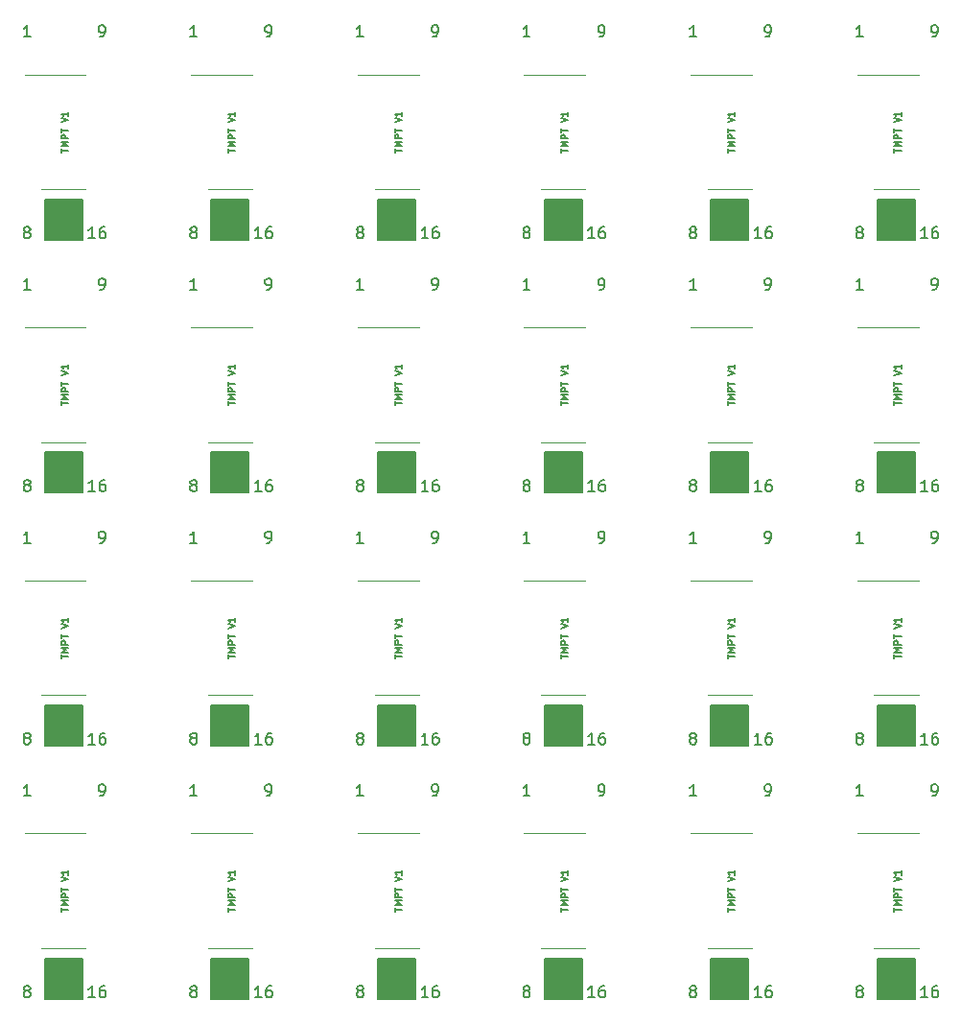
<source format=gbr>
%TF.GenerationSoftware,KiCad,Pcbnew,7.0.10-7.0.10~ubuntu22.04.1*%
%TF.CreationDate,2024-02-06T07:03:25+01:00*%
%TF.ProjectId,ManhattanPanels-SOIC16,4d616e68-6174-4746-916e-50616e656c73,rev?*%
%TF.SameCoordinates,Original*%
%TF.FileFunction,Legend,Top*%
%TF.FilePolarity,Positive*%
%FSLAX46Y46*%
G04 Gerber Fmt 4.6, Leading zero omitted, Abs format (unit mm)*
G04 Created by KiCad (PCBNEW 7.0.10-7.0.10~ubuntu22.04.1) date 2024-02-06 07:03:25*
%MOMM*%
%LPD*%
G01*
G04 APERTURE LIST*
%ADD10C,0.150000*%
%ADD11C,0.120000*%
G04 APERTURE END LIST*
D10*
X183599000Y-86769000D02*
X186901000Y-86769000D01*
X186901000Y-90325000D01*
X183599000Y-90325000D01*
X183599000Y-86769000D01*
G36*
X183599000Y-86769000D02*
G01*
X186901000Y-86769000D01*
X186901000Y-90325000D01*
X183599000Y-90325000D01*
X183599000Y-86769000D01*
G37*
X154199000Y-109089000D02*
X157501000Y-109089000D01*
X157501000Y-112645000D01*
X154199000Y-112645000D01*
X154199000Y-109089000D01*
G36*
X154199000Y-109089000D02*
G01*
X157501000Y-109089000D01*
X157501000Y-112645000D01*
X154199000Y-112645000D01*
X154199000Y-109089000D01*
G37*
X183599000Y-109089000D02*
X186901000Y-109089000D01*
X186901000Y-112645000D01*
X183599000Y-112645000D01*
X183599000Y-109089000D01*
G36*
X183599000Y-109089000D02*
G01*
X186901000Y-109089000D01*
X186901000Y-112645000D01*
X183599000Y-112645000D01*
X183599000Y-109089000D01*
G37*
X124799000Y-42129000D02*
X128101000Y-42129000D01*
X128101000Y-45685000D01*
X124799000Y-45685000D01*
X124799000Y-42129000D01*
G36*
X124799000Y-42129000D02*
G01*
X128101000Y-42129000D01*
X128101000Y-45685000D01*
X124799000Y-45685000D01*
X124799000Y-42129000D01*
G37*
X124799000Y-86769000D02*
X128101000Y-86769000D01*
X128101000Y-90325000D01*
X124799000Y-90325000D01*
X124799000Y-86769000D01*
G36*
X124799000Y-86769000D02*
G01*
X128101000Y-86769000D01*
X128101000Y-90325000D01*
X124799000Y-90325000D01*
X124799000Y-86769000D01*
G37*
X154199000Y-42129000D02*
X157501000Y-42129000D01*
X157501000Y-45685000D01*
X154199000Y-45685000D01*
X154199000Y-42129000D01*
G36*
X154199000Y-42129000D02*
G01*
X157501000Y-42129000D01*
X157501000Y-45685000D01*
X154199000Y-45685000D01*
X154199000Y-42129000D01*
G37*
X110099000Y-109089000D02*
X113401000Y-109089000D01*
X113401000Y-112645000D01*
X110099000Y-112645000D01*
X110099000Y-109089000D01*
G36*
X110099000Y-109089000D02*
G01*
X113401000Y-109089000D01*
X113401000Y-112645000D01*
X110099000Y-112645000D01*
X110099000Y-109089000D01*
G37*
X139499000Y-109089000D02*
X142801000Y-109089000D01*
X142801000Y-112645000D01*
X139499000Y-112645000D01*
X139499000Y-109089000D01*
G36*
X139499000Y-109089000D02*
G01*
X142801000Y-109089000D01*
X142801000Y-112645000D01*
X139499000Y-112645000D01*
X139499000Y-109089000D01*
G37*
X183599000Y-42129000D02*
X186901000Y-42129000D01*
X186901000Y-45685000D01*
X183599000Y-45685000D01*
X183599000Y-42129000D01*
G36*
X183599000Y-42129000D02*
G01*
X186901000Y-42129000D01*
X186901000Y-45685000D01*
X183599000Y-45685000D01*
X183599000Y-42129000D01*
G37*
X110099000Y-42129000D02*
X113401000Y-42129000D01*
X113401000Y-45685000D01*
X110099000Y-45685000D01*
X110099000Y-42129000D01*
G36*
X110099000Y-42129000D02*
G01*
X113401000Y-42129000D01*
X113401000Y-45685000D01*
X110099000Y-45685000D01*
X110099000Y-42129000D01*
G37*
X110099000Y-86769000D02*
X113401000Y-86769000D01*
X113401000Y-90325000D01*
X110099000Y-90325000D01*
X110099000Y-86769000D01*
G36*
X110099000Y-86769000D02*
G01*
X113401000Y-86769000D01*
X113401000Y-90325000D01*
X110099000Y-90325000D01*
X110099000Y-86769000D01*
G37*
X139499000Y-64449000D02*
X142801000Y-64449000D01*
X142801000Y-68005000D01*
X139499000Y-68005000D01*
X139499000Y-64449000D01*
G36*
X139499000Y-64449000D02*
G01*
X142801000Y-64449000D01*
X142801000Y-68005000D01*
X139499000Y-68005000D01*
X139499000Y-64449000D01*
G37*
X124799000Y-109089000D02*
X128101000Y-109089000D01*
X128101000Y-112645000D01*
X124799000Y-112645000D01*
X124799000Y-109089000D01*
G36*
X124799000Y-109089000D02*
G01*
X128101000Y-109089000D01*
X128101000Y-112645000D01*
X124799000Y-112645000D01*
X124799000Y-109089000D01*
G37*
X168899000Y-64449000D02*
X172201000Y-64449000D01*
X172201000Y-68005000D01*
X168899000Y-68005000D01*
X168899000Y-64449000D01*
G36*
X168899000Y-64449000D02*
G01*
X172201000Y-64449000D01*
X172201000Y-68005000D01*
X168899000Y-68005000D01*
X168899000Y-64449000D01*
G37*
X154199000Y-86769000D02*
X157501000Y-86769000D01*
X157501000Y-90325000D01*
X154199000Y-90325000D01*
X154199000Y-86769000D01*
G36*
X154199000Y-86769000D02*
G01*
X157501000Y-86769000D01*
X157501000Y-90325000D01*
X154199000Y-90325000D01*
X154199000Y-86769000D01*
G37*
X154199000Y-64449000D02*
X157501000Y-64449000D01*
X157501000Y-68005000D01*
X154199000Y-68005000D01*
X154199000Y-64449000D01*
G36*
X154199000Y-64449000D02*
G01*
X157501000Y-64449000D01*
X157501000Y-68005000D01*
X154199000Y-68005000D01*
X154199000Y-64449000D01*
G37*
X139499000Y-86769000D02*
X142801000Y-86769000D01*
X142801000Y-90325000D01*
X139499000Y-90325000D01*
X139499000Y-86769000D01*
G36*
X139499000Y-86769000D02*
G01*
X142801000Y-86769000D01*
X142801000Y-90325000D01*
X139499000Y-90325000D01*
X139499000Y-86769000D01*
G37*
X168899000Y-86769000D02*
X172201000Y-86769000D01*
X172201000Y-90325000D01*
X168899000Y-90325000D01*
X168899000Y-86769000D01*
G36*
X168899000Y-86769000D02*
G01*
X172201000Y-86769000D01*
X172201000Y-90325000D01*
X168899000Y-90325000D01*
X168899000Y-86769000D01*
G37*
X168899000Y-109089000D02*
X172201000Y-109089000D01*
X172201000Y-112645000D01*
X168899000Y-112645000D01*
X168899000Y-109089000D01*
G36*
X168899000Y-109089000D02*
G01*
X172201000Y-109089000D01*
X172201000Y-112645000D01*
X168899000Y-112645000D01*
X168899000Y-109089000D01*
G37*
X110099000Y-64449000D02*
X113401000Y-64449000D01*
X113401000Y-68005000D01*
X110099000Y-68005000D01*
X110099000Y-64449000D01*
G36*
X110099000Y-64449000D02*
G01*
X113401000Y-64449000D01*
X113401000Y-68005000D01*
X110099000Y-68005000D01*
X110099000Y-64449000D01*
G37*
X139499000Y-42129000D02*
X142801000Y-42129000D01*
X142801000Y-45685000D01*
X139499000Y-45685000D01*
X139499000Y-42129000D01*
G36*
X139499000Y-42129000D02*
G01*
X142801000Y-42129000D01*
X142801000Y-45685000D01*
X139499000Y-45685000D01*
X139499000Y-42129000D01*
G37*
X124799000Y-64449000D02*
X128101000Y-64449000D01*
X128101000Y-68005000D01*
X124799000Y-68005000D01*
X124799000Y-64449000D01*
G36*
X124799000Y-64449000D02*
G01*
X128101000Y-64449000D01*
X128101000Y-68005000D01*
X124799000Y-68005000D01*
X124799000Y-64449000D01*
G37*
X183599000Y-64449000D02*
X186901000Y-64449000D01*
X186901000Y-68005000D01*
X183599000Y-68005000D01*
X183599000Y-64449000D01*
G36*
X183599000Y-64449000D02*
G01*
X186901000Y-64449000D01*
X186901000Y-68005000D01*
X183599000Y-68005000D01*
X183599000Y-64449000D01*
G37*
X168899000Y-42129000D02*
X172201000Y-42129000D01*
X172201000Y-45685000D01*
X168899000Y-45685000D01*
X168899000Y-42129000D01*
G36*
X168899000Y-42129000D02*
G01*
X172201000Y-42129000D01*
X172201000Y-45685000D01*
X168899000Y-45685000D01*
X168899000Y-42129000D01*
G37*
X114928398Y-27774819D02*
X115118874Y-27774819D01*
X115118874Y-27774819D02*
X115214112Y-27727200D01*
X115214112Y-27727200D02*
X115261731Y-27679580D01*
X115261731Y-27679580D02*
X115356969Y-27536723D01*
X115356969Y-27536723D02*
X115404588Y-27346247D01*
X115404588Y-27346247D02*
X115404588Y-26965295D01*
X115404588Y-26965295D02*
X115356969Y-26870057D01*
X115356969Y-26870057D02*
X115309350Y-26822438D01*
X115309350Y-26822438D02*
X115214112Y-26774819D01*
X115214112Y-26774819D02*
X115023636Y-26774819D01*
X115023636Y-26774819D02*
X114928398Y-26822438D01*
X114928398Y-26822438D02*
X114880779Y-26870057D01*
X114880779Y-26870057D02*
X114833160Y-26965295D01*
X114833160Y-26965295D02*
X114833160Y-27203390D01*
X114833160Y-27203390D02*
X114880779Y-27298628D01*
X114880779Y-27298628D02*
X114928398Y-27346247D01*
X114928398Y-27346247D02*
X115023636Y-27393866D01*
X115023636Y-27393866D02*
X115214112Y-27393866D01*
X115214112Y-27393866D02*
X115309350Y-27346247D01*
X115309350Y-27346247D02*
X115356969Y-27298628D01*
X115356969Y-27298628D02*
X115404588Y-27203390D01*
X159028398Y-72414819D02*
X159218874Y-72414819D01*
X159218874Y-72414819D02*
X159314112Y-72367200D01*
X159314112Y-72367200D02*
X159361731Y-72319580D01*
X159361731Y-72319580D02*
X159456969Y-72176723D01*
X159456969Y-72176723D02*
X159504588Y-71986247D01*
X159504588Y-71986247D02*
X159504588Y-71605295D01*
X159504588Y-71605295D02*
X159456969Y-71510057D01*
X159456969Y-71510057D02*
X159409350Y-71462438D01*
X159409350Y-71462438D02*
X159314112Y-71414819D01*
X159314112Y-71414819D02*
X159123636Y-71414819D01*
X159123636Y-71414819D02*
X159028398Y-71462438D01*
X159028398Y-71462438D02*
X158980779Y-71510057D01*
X158980779Y-71510057D02*
X158933160Y-71605295D01*
X158933160Y-71605295D02*
X158933160Y-71843390D01*
X158933160Y-71843390D02*
X158980779Y-71938628D01*
X158980779Y-71938628D02*
X159028398Y-71986247D01*
X159028398Y-71986247D02*
X159123636Y-72033866D01*
X159123636Y-72033866D02*
X159314112Y-72033866D01*
X159314112Y-72033866D02*
X159409350Y-71986247D01*
X159409350Y-71986247D02*
X159456969Y-71938628D01*
X159456969Y-71938628D02*
X159504588Y-71843390D01*
X143915588Y-112514819D02*
X143344160Y-112514819D01*
X143629874Y-112514819D02*
X143629874Y-111514819D01*
X143629874Y-111514819D02*
X143534636Y-111657676D01*
X143534636Y-111657676D02*
X143439398Y-111752914D01*
X143439398Y-111752914D02*
X143344160Y-111800533D01*
X144772731Y-111514819D02*
X144582255Y-111514819D01*
X144582255Y-111514819D02*
X144487017Y-111562438D01*
X144487017Y-111562438D02*
X144439398Y-111610057D01*
X144439398Y-111610057D02*
X144344160Y-111752914D01*
X144344160Y-111752914D02*
X144296541Y-111943390D01*
X144296541Y-111943390D02*
X144296541Y-112324342D01*
X144296541Y-112324342D02*
X144344160Y-112419580D01*
X144344160Y-112419580D02*
X144391779Y-112467200D01*
X144391779Y-112467200D02*
X144487017Y-112514819D01*
X144487017Y-112514819D02*
X144677493Y-112514819D01*
X144677493Y-112514819D02*
X144772731Y-112467200D01*
X144772731Y-112467200D02*
X144820350Y-112419580D01*
X144820350Y-112419580D02*
X144867969Y-112324342D01*
X144867969Y-112324342D02*
X144867969Y-112086247D01*
X144867969Y-112086247D02*
X144820350Y-111991009D01*
X144820350Y-111991009D02*
X144772731Y-111943390D01*
X144772731Y-111943390D02*
X144677493Y-111895771D01*
X144677493Y-111895771D02*
X144487017Y-111895771D01*
X144487017Y-111895771D02*
X144391779Y-111943390D01*
X144391779Y-111943390D02*
X144344160Y-111991009D01*
X144344160Y-111991009D02*
X144296541Y-112086247D01*
X111576771Y-37974286D02*
X111576771Y-37631429D01*
X112176771Y-37802857D02*
X111576771Y-37802857D01*
X112176771Y-37431428D02*
X111576771Y-37431428D01*
X111576771Y-37431428D02*
X112005342Y-37231428D01*
X112005342Y-37231428D02*
X111576771Y-37031428D01*
X111576771Y-37031428D02*
X112176771Y-37031428D01*
X112176771Y-36745714D02*
X111576771Y-36745714D01*
X111576771Y-36745714D02*
X111576771Y-36517143D01*
X111576771Y-36517143D02*
X111605342Y-36460000D01*
X111605342Y-36460000D02*
X111633914Y-36431429D01*
X111633914Y-36431429D02*
X111691057Y-36402857D01*
X111691057Y-36402857D02*
X111776771Y-36402857D01*
X111776771Y-36402857D02*
X111833914Y-36431429D01*
X111833914Y-36431429D02*
X111862485Y-36460000D01*
X111862485Y-36460000D02*
X111891057Y-36517143D01*
X111891057Y-36517143D02*
X111891057Y-36745714D01*
X111576771Y-36231429D02*
X111576771Y-35888572D01*
X112176771Y-36060000D02*
X111576771Y-36060000D01*
X111576771Y-35317143D02*
X112176771Y-35117143D01*
X112176771Y-35117143D02*
X111576771Y-34917143D01*
X112176771Y-34402857D02*
X112176771Y-34745714D01*
X112176771Y-34574285D02*
X111576771Y-34574285D01*
X111576771Y-34574285D02*
X111662485Y-34631428D01*
X111662485Y-34631428D02*
X111719628Y-34688571D01*
X111719628Y-34688571D02*
X111748200Y-34745714D01*
X182300588Y-50094819D02*
X181729160Y-50094819D01*
X182014874Y-50094819D02*
X182014874Y-49094819D01*
X182014874Y-49094819D02*
X181919636Y-49237676D01*
X181919636Y-49237676D02*
X181824398Y-49332914D01*
X181824398Y-49332914D02*
X181729160Y-49380533D01*
X129215588Y-67874819D02*
X128644160Y-67874819D01*
X128929874Y-67874819D02*
X128929874Y-66874819D01*
X128929874Y-66874819D02*
X128834636Y-67017676D01*
X128834636Y-67017676D02*
X128739398Y-67112914D01*
X128739398Y-67112914D02*
X128644160Y-67160533D01*
X130072731Y-66874819D02*
X129882255Y-66874819D01*
X129882255Y-66874819D02*
X129787017Y-66922438D01*
X129787017Y-66922438D02*
X129739398Y-66970057D01*
X129739398Y-66970057D02*
X129644160Y-67112914D01*
X129644160Y-67112914D02*
X129596541Y-67303390D01*
X129596541Y-67303390D02*
X129596541Y-67684342D01*
X129596541Y-67684342D02*
X129644160Y-67779580D01*
X129644160Y-67779580D02*
X129691779Y-67827200D01*
X129691779Y-67827200D02*
X129787017Y-67874819D01*
X129787017Y-67874819D02*
X129977493Y-67874819D01*
X129977493Y-67874819D02*
X130072731Y-67827200D01*
X130072731Y-67827200D02*
X130120350Y-67779580D01*
X130120350Y-67779580D02*
X130167969Y-67684342D01*
X130167969Y-67684342D02*
X130167969Y-67446247D01*
X130167969Y-67446247D02*
X130120350Y-67351009D01*
X130120350Y-67351009D02*
X130072731Y-67303390D01*
X130072731Y-67303390D02*
X129977493Y-67255771D01*
X129977493Y-67255771D02*
X129787017Y-67255771D01*
X129787017Y-67255771D02*
X129691779Y-67303390D01*
X129691779Y-67303390D02*
X129644160Y-67351009D01*
X129644160Y-67351009D02*
X129596541Y-67446247D01*
X108800588Y-72414819D02*
X108229160Y-72414819D01*
X108514874Y-72414819D02*
X108514874Y-71414819D01*
X108514874Y-71414819D02*
X108419636Y-71557676D01*
X108419636Y-71557676D02*
X108324398Y-71652914D01*
X108324398Y-71652914D02*
X108229160Y-71700533D01*
X182300588Y-72414819D02*
X181729160Y-72414819D01*
X182014874Y-72414819D02*
X182014874Y-71414819D01*
X182014874Y-71414819D02*
X181919636Y-71557676D01*
X181919636Y-71557676D02*
X181824398Y-71652914D01*
X181824398Y-71652914D02*
X181729160Y-71700533D01*
X188428398Y-27774819D02*
X188618874Y-27774819D01*
X188618874Y-27774819D02*
X188714112Y-27727200D01*
X188714112Y-27727200D02*
X188761731Y-27679580D01*
X188761731Y-27679580D02*
X188856969Y-27536723D01*
X188856969Y-27536723D02*
X188904588Y-27346247D01*
X188904588Y-27346247D02*
X188904588Y-26965295D01*
X188904588Y-26965295D02*
X188856969Y-26870057D01*
X188856969Y-26870057D02*
X188809350Y-26822438D01*
X188809350Y-26822438D02*
X188714112Y-26774819D01*
X188714112Y-26774819D02*
X188523636Y-26774819D01*
X188523636Y-26774819D02*
X188428398Y-26822438D01*
X188428398Y-26822438D02*
X188380779Y-26870057D01*
X188380779Y-26870057D02*
X188333160Y-26965295D01*
X188333160Y-26965295D02*
X188333160Y-27203390D01*
X188333160Y-27203390D02*
X188380779Y-27298628D01*
X188380779Y-27298628D02*
X188428398Y-27346247D01*
X188428398Y-27346247D02*
X188523636Y-27393866D01*
X188523636Y-27393866D02*
X188714112Y-27393866D01*
X188714112Y-27393866D02*
X188809350Y-27346247D01*
X188809350Y-27346247D02*
X188856969Y-27298628D01*
X188856969Y-27298628D02*
X188904588Y-27203390D01*
X137819636Y-44983390D02*
X137724398Y-44935771D01*
X137724398Y-44935771D02*
X137676779Y-44888152D01*
X137676779Y-44888152D02*
X137629160Y-44792914D01*
X137629160Y-44792914D02*
X137629160Y-44745295D01*
X137629160Y-44745295D02*
X137676779Y-44650057D01*
X137676779Y-44650057D02*
X137724398Y-44602438D01*
X137724398Y-44602438D02*
X137819636Y-44554819D01*
X137819636Y-44554819D02*
X138010112Y-44554819D01*
X138010112Y-44554819D02*
X138105350Y-44602438D01*
X138105350Y-44602438D02*
X138152969Y-44650057D01*
X138152969Y-44650057D02*
X138200588Y-44745295D01*
X138200588Y-44745295D02*
X138200588Y-44792914D01*
X138200588Y-44792914D02*
X138152969Y-44888152D01*
X138152969Y-44888152D02*
X138105350Y-44935771D01*
X138105350Y-44935771D02*
X138010112Y-44983390D01*
X138010112Y-44983390D02*
X137819636Y-44983390D01*
X137819636Y-44983390D02*
X137724398Y-45031009D01*
X137724398Y-45031009D02*
X137676779Y-45078628D01*
X137676779Y-45078628D02*
X137629160Y-45173866D01*
X137629160Y-45173866D02*
X137629160Y-45364342D01*
X137629160Y-45364342D02*
X137676779Y-45459580D01*
X137676779Y-45459580D02*
X137724398Y-45507200D01*
X137724398Y-45507200D02*
X137819636Y-45554819D01*
X137819636Y-45554819D02*
X138010112Y-45554819D01*
X138010112Y-45554819D02*
X138105350Y-45507200D01*
X138105350Y-45507200D02*
X138152969Y-45459580D01*
X138152969Y-45459580D02*
X138200588Y-45364342D01*
X138200588Y-45364342D02*
X138200588Y-45173866D01*
X138200588Y-45173866D02*
X138152969Y-45078628D01*
X138152969Y-45078628D02*
X138105350Y-45031009D01*
X138105350Y-45031009D02*
X138010112Y-44983390D01*
X144328398Y-27774819D02*
X144518874Y-27774819D01*
X144518874Y-27774819D02*
X144614112Y-27727200D01*
X144614112Y-27727200D02*
X144661731Y-27679580D01*
X144661731Y-27679580D02*
X144756969Y-27536723D01*
X144756969Y-27536723D02*
X144804588Y-27346247D01*
X144804588Y-27346247D02*
X144804588Y-26965295D01*
X144804588Y-26965295D02*
X144756969Y-26870057D01*
X144756969Y-26870057D02*
X144709350Y-26822438D01*
X144709350Y-26822438D02*
X144614112Y-26774819D01*
X144614112Y-26774819D02*
X144423636Y-26774819D01*
X144423636Y-26774819D02*
X144328398Y-26822438D01*
X144328398Y-26822438D02*
X144280779Y-26870057D01*
X144280779Y-26870057D02*
X144233160Y-26965295D01*
X144233160Y-26965295D02*
X144233160Y-27203390D01*
X144233160Y-27203390D02*
X144280779Y-27298628D01*
X144280779Y-27298628D02*
X144328398Y-27346247D01*
X144328398Y-27346247D02*
X144423636Y-27393866D01*
X144423636Y-27393866D02*
X144614112Y-27393866D01*
X144614112Y-27393866D02*
X144709350Y-27346247D01*
X144709350Y-27346247D02*
X144756969Y-27298628D01*
X144756969Y-27298628D02*
X144804588Y-27203390D01*
X111576771Y-60294286D02*
X111576771Y-59951429D01*
X112176771Y-60122857D02*
X111576771Y-60122857D01*
X112176771Y-59751428D02*
X111576771Y-59751428D01*
X111576771Y-59751428D02*
X112005342Y-59551428D01*
X112005342Y-59551428D02*
X111576771Y-59351428D01*
X111576771Y-59351428D02*
X112176771Y-59351428D01*
X112176771Y-59065714D02*
X111576771Y-59065714D01*
X111576771Y-59065714D02*
X111576771Y-58837143D01*
X111576771Y-58837143D02*
X111605342Y-58780000D01*
X111605342Y-58780000D02*
X111633914Y-58751429D01*
X111633914Y-58751429D02*
X111691057Y-58722857D01*
X111691057Y-58722857D02*
X111776771Y-58722857D01*
X111776771Y-58722857D02*
X111833914Y-58751429D01*
X111833914Y-58751429D02*
X111862485Y-58780000D01*
X111862485Y-58780000D02*
X111891057Y-58837143D01*
X111891057Y-58837143D02*
X111891057Y-59065714D01*
X111576771Y-58551429D02*
X111576771Y-58208572D01*
X112176771Y-58380000D02*
X111576771Y-58380000D01*
X111576771Y-57637143D02*
X112176771Y-57437143D01*
X112176771Y-57437143D02*
X111576771Y-57237143D01*
X112176771Y-56722857D02*
X112176771Y-57065714D01*
X112176771Y-56894285D02*
X111576771Y-56894285D01*
X111576771Y-56894285D02*
X111662485Y-56951428D01*
X111662485Y-56951428D02*
X111719628Y-57008571D01*
X111719628Y-57008571D02*
X111748200Y-57065714D01*
X123500588Y-72414819D02*
X122929160Y-72414819D01*
X123214874Y-72414819D02*
X123214874Y-71414819D01*
X123214874Y-71414819D02*
X123119636Y-71557676D01*
X123119636Y-71557676D02*
X123024398Y-71652914D01*
X123024398Y-71652914D02*
X122929160Y-71700533D01*
X181919636Y-111943390D02*
X181824398Y-111895771D01*
X181824398Y-111895771D02*
X181776779Y-111848152D01*
X181776779Y-111848152D02*
X181729160Y-111752914D01*
X181729160Y-111752914D02*
X181729160Y-111705295D01*
X181729160Y-111705295D02*
X181776779Y-111610057D01*
X181776779Y-111610057D02*
X181824398Y-111562438D01*
X181824398Y-111562438D02*
X181919636Y-111514819D01*
X181919636Y-111514819D02*
X182110112Y-111514819D01*
X182110112Y-111514819D02*
X182205350Y-111562438D01*
X182205350Y-111562438D02*
X182252969Y-111610057D01*
X182252969Y-111610057D02*
X182300588Y-111705295D01*
X182300588Y-111705295D02*
X182300588Y-111752914D01*
X182300588Y-111752914D02*
X182252969Y-111848152D01*
X182252969Y-111848152D02*
X182205350Y-111895771D01*
X182205350Y-111895771D02*
X182110112Y-111943390D01*
X182110112Y-111943390D02*
X181919636Y-111943390D01*
X181919636Y-111943390D02*
X181824398Y-111991009D01*
X181824398Y-111991009D02*
X181776779Y-112038628D01*
X181776779Y-112038628D02*
X181729160Y-112133866D01*
X181729160Y-112133866D02*
X181729160Y-112324342D01*
X181729160Y-112324342D02*
X181776779Y-112419580D01*
X181776779Y-112419580D02*
X181824398Y-112467200D01*
X181824398Y-112467200D02*
X181919636Y-112514819D01*
X181919636Y-112514819D02*
X182110112Y-112514819D01*
X182110112Y-112514819D02*
X182205350Y-112467200D01*
X182205350Y-112467200D02*
X182252969Y-112419580D01*
X182252969Y-112419580D02*
X182300588Y-112324342D01*
X182300588Y-112324342D02*
X182300588Y-112133866D01*
X182300588Y-112133866D02*
X182252969Y-112038628D01*
X182252969Y-112038628D02*
X182205350Y-111991009D01*
X182205350Y-111991009D02*
X182110112Y-111943390D01*
X152900588Y-72414819D02*
X152329160Y-72414819D01*
X152614874Y-72414819D02*
X152614874Y-71414819D01*
X152614874Y-71414819D02*
X152519636Y-71557676D01*
X152519636Y-71557676D02*
X152424398Y-71652914D01*
X152424398Y-71652914D02*
X152329160Y-71700533D01*
X170376771Y-60294286D02*
X170376771Y-59951429D01*
X170976771Y-60122857D02*
X170376771Y-60122857D01*
X170976771Y-59751428D02*
X170376771Y-59751428D01*
X170376771Y-59751428D02*
X170805342Y-59551428D01*
X170805342Y-59551428D02*
X170376771Y-59351428D01*
X170376771Y-59351428D02*
X170976771Y-59351428D01*
X170976771Y-59065714D02*
X170376771Y-59065714D01*
X170376771Y-59065714D02*
X170376771Y-58837143D01*
X170376771Y-58837143D02*
X170405342Y-58780000D01*
X170405342Y-58780000D02*
X170433914Y-58751429D01*
X170433914Y-58751429D02*
X170491057Y-58722857D01*
X170491057Y-58722857D02*
X170576771Y-58722857D01*
X170576771Y-58722857D02*
X170633914Y-58751429D01*
X170633914Y-58751429D02*
X170662485Y-58780000D01*
X170662485Y-58780000D02*
X170691057Y-58837143D01*
X170691057Y-58837143D02*
X170691057Y-59065714D01*
X170376771Y-58551429D02*
X170376771Y-58208572D01*
X170976771Y-58380000D02*
X170376771Y-58380000D01*
X170376771Y-57637143D02*
X170976771Y-57437143D01*
X170976771Y-57437143D02*
X170376771Y-57237143D01*
X170976771Y-56722857D02*
X170976771Y-57065714D01*
X170976771Y-56894285D02*
X170376771Y-56894285D01*
X170376771Y-56894285D02*
X170462485Y-56951428D01*
X170462485Y-56951428D02*
X170519628Y-57008571D01*
X170519628Y-57008571D02*
X170548200Y-57065714D01*
X152519636Y-89623390D02*
X152424398Y-89575771D01*
X152424398Y-89575771D02*
X152376779Y-89528152D01*
X152376779Y-89528152D02*
X152329160Y-89432914D01*
X152329160Y-89432914D02*
X152329160Y-89385295D01*
X152329160Y-89385295D02*
X152376779Y-89290057D01*
X152376779Y-89290057D02*
X152424398Y-89242438D01*
X152424398Y-89242438D02*
X152519636Y-89194819D01*
X152519636Y-89194819D02*
X152710112Y-89194819D01*
X152710112Y-89194819D02*
X152805350Y-89242438D01*
X152805350Y-89242438D02*
X152852969Y-89290057D01*
X152852969Y-89290057D02*
X152900588Y-89385295D01*
X152900588Y-89385295D02*
X152900588Y-89432914D01*
X152900588Y-89432914D02*
X152852969Y-89528152D01*
X152852969Y-89528152D02*
X152805350Y-89575771D01*
X152805350Y-89575771D02*
X152710112Y-89623390D01*
X152710112Y-89623390D02*
X152519636Y-89623390D01*
X152519636Y-89623390D02*
X152424398Y-89671009D01*
X152424398Y-89671009D02*
X152376779Y-89718628D01*
X152376779Y-89718628D02*
X152329160Y-89813866D01*
X152329160Y-89813866D02*
X152329160Y-90004342D01*
X152329160Y-90004342D02*
X152376779Y-90099580D01*
X152376779Y-90099580D02*
X152424398Y-90147200D01*
X152424398Y-90147200D02*
X152519636Y-90194819D01*
X152519636Y-90194819D02*
X152710112Y-90194819D01*
X152710112Y-90194819D02*
X152805350Y-90147200D01*
X152805350Y-90147200D02*
X152852969Y-90099580D01*
X152852969Y-90099580D02*
X152900588Y-90004342D01*
X152900588Y-90004342D02*
X152900588Y-89813866D01*
X152900588Y-89813866D02*
X152852969Y-89718628D01*
X152852969Y-89718628D02*
X152805350Y-89671009D01*
X152805350Y-89671009D02*
X152710112Y-89623390D01*
X123500588Y-27774819D02*
X122929160Y-27774819D01*
X123214874Y-27774819D02*
X123214874Y-26774819D01*
X123214874Y-26774819D02*
X123119636Y-26917676D01*
X123119636Y-26917676D02*
X123024398Y-27012914D01*
X123024398Y-27012914D02*
X122929160Y-27060533D01*
X137819636Y-111943390D02*
X137724398Y-111895771D01*
X137724398Y-111895771D02*
X137676779Y-111848152D01*
X137676779Y-111848152D02*
X137629160Y-111752914D01*
X137629160Y-111752914D02*
X137629160Y-111705295D01*
X137629160Y-111705295D02*
X137676779Y-111610057D01*
X137676779Y-111610057D02*
X137724398Y-111562438D01*
X137724398Y-111562438D02*
X137819636Y-111514819D01*
X137819636Y-111514819D02*
X138010112Y-111514819D01*
X138010112Y-111514819D02*
X138105350Y-111562438D01*
X138105350Y-111562438D02*
X138152969Y-111610057D01*
X138152969Y-111610057D02*
X138200588Y-111705295D01*
X138200588Y-111705295D02*
X138200588Y-111752914D01*
X138200588Y-111752914D02*
X138152969Y-111848152D01*
X138152969Y-111848152D02*
X138105350Y-111895771D01*
X138105350Y-111895771D02*
X138010112Y-111943390D01*
X138010112Y-111943390D02*
X137819636Y-111943390D01*
X137819636Y-111943390D02*
X137724398Y-111991009D01*
X137724398Y-111991009D02*
X137676779Y-112038628D01*
X137676779Y-112038628D02*
X137629160Y-112133866D01*
X137629160Y-112133866D02*
X137629160Y-112324342D01*
X137629160Y-112324342D02*
X137676779Y-112419580D01*
X137676779Y-112419580D02*
X137724398Y-112467200D01*
X137724398Y-112467200D02*
X137819636Y-112514819D01*
X137819636Y-112514819D02*
X138010112Y-112514819D01*
X138010112Y-112514819D02*
X138105350Y-112467200D01*
X138105350Y-112467200D02*
X138152969Y-112419580D01*
X138152969Y-112419580D02*
X138200588Y-112324342D01*
X138200588Y-112324342D02*
X138200588Y-112133866D01*
X138200588Y-112133866D02*
X138152969Y-112038628D01*
X138152969Y-112038628D02*
X138105350Y-111991009D01*
X138105350Y-111991009D02*
X138010112Y-111943390D01*
X152519636Y-67303390D02*
X152424398Y-67255771D01*
X152424398Y-67255771D02*
X152376779Y-67208152D01*
X152376779Y-67208152D02*
X152329160Y-67112914D01*
X152329160Y-67112914D02*
X152329160Y-67065295D01*
X152329160Y-67065295D02*
X152376779Y-66970057D01*
X152376779Y-66970057D02*
X152424398Y-66922438D01*
X152424398Y-66922438D02*
X152519636Y-66874819D01*
X152519636Y-66874819D02*
X152710112Y-66874819D01*
X152710112Y-66874819D02*
X152805350Y-66922438D01*
X152805350Y-66922438D02*
X152852969Y-66970057D01*
X152852969Y-66970057D02*
X152900588Y-67065295D01*
X152900588Y-67065295D02*
X152900588Y-67112914D01*
X152900588Y-67112914D02*
X152852969Y-67208152D01*
X152852969Y-67208152D02*
X152805350Y-67255771D01*
X152805350Y-67255771D02*
X152710112Y-67303390D01*
X152710112Y-67303390D02*
X152519636Y-67303390D01*
X152519636Y-67303390D02*
X152424398Y-67351009D01*
X152424398Y-67351009D02*
X152376779Y-67398628D01*
X152376779Y-67398628D02*
X152329160Y-67493866D01*
X152329160Y-67493866D02*
X152329160Y-67684342D01*
X152329160Y-67684342D02*
X152376779Y-67779580D01*
X152376779Y-67779580D02*
X152424398Y-67827200D01*
X152424398Y-67827200D02*
X152519636Y-67874819D01*
X152519636Y-67874819D02*
X152710112Y-67874819D01*
X152710112Y-67874819D02*
X152805350Y-67827200D01*
X152805350Y-67827200D02*
X152852969Y-67779580D01*
X152852969Y-67779580D02*
X152900588Y-67684342D01*
X152900588Y-67684342D02*
X152900588Y-67493866D01*
X152900588Y-67493866D02*
X152852969Y-67398628D01*
X152852969Y-67398628D02*
X152805350Y-67351009D01*
X152805350Y-67351009D02*
X152710112Y-67303390D01*
X185076771Y-60294286D02*
X185076771Y-59951429D01*
X185676771Y-60122857D02*
X185076771Y-60122857D01*
X185676771Y-59751428D02*
X185076771Y-59751428D01*
X185076771Y-59751428D02*
X185505342Y-59551428D01*
X185505342Y-59551428D02*
X185076771Y-59351428D01*
X185076771Y-59351428D02*
X185676771Y-59351428D01*
X185676771Y-59065714D02*
X185076771Y-59065714D01*
X185076771Y-59065714D02*
X185076771Y-58837143D01*
X185076771Y-58837143D02*
X185105342Y-58780000D01*
X185105342Y-58780000D02*
X185133914Y-58751429D01*
X185133914Y-58751429D02*
X185191057Y-58722857D01*
X185191057Y-58722857D02*
X185276771Y-58722857D01*
X185276771Y-58722857D02*
X185333914Y-58751429D01*
X185333914Y-58751429D02*
X185362485Y-58780000D01*
X185362485Y-58780000D02*
X185391057Y-58837143D01*
X185391057Y-58837143D02*
X185391057Y-59065714D01*
X185076771Y-58551429D02*
X185076771Y-58208572D01*
X185676771Y-58380000D02*
X185076771Y-58380000D01*
X185076771Y-57637143D02*
X185676771Y-57437143D01*
X185676771Y-57437143D02*
X185076771Y-57237143D01*
X185676771Y-56722857D02*
X185676771Y-57065714D01*
X185676771Y-56894285D02*
X185076771Y-56894285D01*
X185076771Y-56894285D02*
X185162485Y-56951428D01*
X185162485Y-56951428D02*
X185219628Y-57008571D01*
X185219628Y-57008571D02*
X185248200Y-57065714D01*
X167600588Y-27774819D02*
X167029160Y-27774819D01*
X167314874Y-27774819D02*
X167314874Y-26774819D01*
X167314874Y-26774819D02*
X167219636Y-26917676D01*
X167219636Y-26917676D02*
X167124398Y-27012914D01*
X167124398Y-27012914D02*
X167029160Y-27060533D01*
X123119636Y-111943390D02*
X123024398Y-111895771D01*
X123024398Y-111895771D02*
X122976779Y-111848152D01*
X122976779Y-111848152D02*
X122929160Y-111752914D01*
X122929160Y-111752914D02*
X122929160Y-111705295D01*
X122929160Y-111705295D02*
X122976779Y-111610057D01*
X122976779Y-111610057D02*
X123024398Y-111562438D01*
X123024398Y-111562438D02*
X123119636Y-111514819D01*
X123119636Y-111514819D02*
X123310112Y-111514819D01*
X123310112Y-111514819D02*
X123405350Y-111562438D01*
X123405350Y-111562438D02*
X123452969Y-111610057D01*
X123452969Y-111610057D02*
X123500588Y-111705295D01*
X123500588Y-111705295D02*
X123500588Y-111752914D01*
X123500588Y-111752914D02*
X123452969Y-111848152D01*
X123452969Y-111848152D02*
X123405350Y-111895771D01*
X123405350Y-111895771D02*
X123310112Y-111943390D01*
X123310112Y-111943390D02*
X123119636Y-111943390D01*
X123119636Y-111943390D02*
X123024398Y-111991009D01*
X123024398Y-111991009D02*
X122976779Y-112038628D01*
X122976779Y-112038628D02*
X122929160Y-112133866D01*
X122929160Y-112133866D02*
X122929160Y-112324342D01*
X122929160Y-112324342D02*
X122976779Y-112419580D01*
X122976779Y-112419580D02*
X123024398Y-112467200D01*
X123024398Y-112467200D02*
X123119636Y-112514819D01*
X123119636Y-112514819D02*
X123310112Y-112514819D01*
X123310112Y-112514819D02*
X123405350Y-112467200D01*
X123405350Y-112467200D02*
X123452969Y-112419580D01*
X123452969Y-112419580D02*
X123500588Y-112324342D01*
X123500588Y-112324342D02*
X123500588Y-112133866D01*
X123500588Y-112133866D02*
X123452969Y-112038628D01*
X123452969Y-112038628D02*
X123405350Y-111991009D01*
X123405350Y-111991009D02*
X123310112Y-111943390D01*
X111576771Y-104934286D02*
X111576771Y-104591429D01*
X112176771Y-104762857D02*
X111576771Y-104762857D01*
X112176771Y-104391428D02*
X111576771Y-104391428D01*
X111576771Y-104391428D02*
X112005342Y-104191428D01*
X112005342Y-104191428D02*
X111576771Y-103991428D01*
X111576771Y-103991428D02*
X112176771Y-103991428D01*
X112176771Y-103705714D02*
X111576771Y-103705714D01*
X111576771Y-103705714D02*
X111576771Y-103477143D01*
X111576771Y-103477143D02*
X111605342Y-103420000D01*
X111605342Y-103420000D02*
X111633914Y-103391429D01*
X111633914Y-103391429D02*
X111691057Y-103362857D01*
X111691057Y-103362857D02*
X111776771Y-103362857D01*
X111776771Y-103362857D02*
X111833914Y-103391429D01*
X111833914Y-103391429D02*
X111862485Y-103420000D01*
X111862485Y-103420000D02*
X111891057Y-103477143D01*
X111891057Y-103477143D02*
X111891057Y-103705714D01*
X111576771Y-103191429D02*
X111576771Y-102848572D01*
X112176771Y-103020000D02*
X111576771Y-103020000D01*
X111576771Y-102277143D02*
X112176771Y-102077143D01*
X112176771Y-102077143D02*
X111576771Y-101877143D01*
X112176771Y-101362857D02*
X112176771Y-101705714D01*
X112176771Y-101534285D02*
X111576771Y-101534285D01*
X111576771Y-101534285D02*
X111662485Y-101591428D01*
X111662485Y-101591428D02*
X111719628Y-101648571D01*
X111719628Y-101648571D02*
X111748200Y-101705714D01*
X158615588Y-90194819D02*
X158044160Y-90194819D01*
X158329874Y-90194819D02*
X158329874Y-89194819D01*
X158329874Y-89194819D02*
X158234636Y-89337676D01*
X158234636Y-89337676D02*
X158139398Y-89432914D01*
X158139398Y-89432914D02*
X158044160Y-89480533D01*
X159472731Y-89194819D02*
X159282255Y-89194819D01*
X159282255Y-89194819D02*
X159187017Y-89242438D01*
X159187017Y-89242438D02*
X159139398Y-89290057D01*
X159139398Y-89290057D02*
X159044160Y-89432914D01*
X159044160Y-89432914D02*
X158996541Y-89623390D01*
X158996541Y-89623390D02*
X158996541Y-90004342D01*
X158996541Y-90004342D02*
X159044160Y-90099580D01*
X159044160Y-90099580D02*
X159091779Y-90147200D01*
X159091779Y-90147200D02*
X159187017Y-90194819D01*
X159187017Y-90194819D02*
X159377493Y-90194819D01*
X159377493Y-90194819D02*
X159472731Y-90147200D01*
X159472731Y-90147200D02*
X159520350Y-90099580D01*
X159520350Y-90099580D02*
X159567969Y-90004342D01*
X159567969Y-90004342D02*
X159567969Y-89766247D01*
X159567969Y-89766247D02*
X159520350Y-89671009D01*
X159520350Y-89671009D02*
X159472731Y-89623390D01*
X159472731Y-89623390D02*
X159377493Y-89575771D01*
X159377493Y-89575771D02*
X159187017Y-89575771D01*
X159187017Y-89575771D02*
X159091779Y-89623390D01*
X159091779Y-89623390D02*
X159044160Y-89671009D01*
X159044160Y-89671009D02*
X158996541Y-89766247D01*
X123500588Y-50094819D02*
X122929160Y-50094819D01*
X123214874Y-50094819D02*
X123214874Y-49094819D01*
X123214874Y-49094819D02*
X123119636Y-49237676D01*
X123119636Y-49237676D02*
X123024398Y-49332914D01*
X123024398Y-49332914D02*
X122929160Y-49380533D01*
X138200588Y-50094819D02*
X137629160Y-50094819D01*
X137914874Y-50094819D02*
X137914874Y-49094819D01*
X137914874Y-49094819D02*
X137819636Y-49237676D01*
X137819636Y-49237676D02*
X137724398Y-49332914D01*
X137724398Y-49332914D02*
X137629160Y-49380533D01*
X167600588Y-50094819D02*
X167029160Y-50094819D01*
X167314874Y-50094819D02*
X167314874Y-49094819D01*
X167314874Y-49094819D02*
X167219636Y-49237676D01*
X167219636Y-49237676D02*
X167124398Y-49332914D01*
X167124398Y-49332914D02*
X167029160Y-49380533D01*
X159028398Y-50094819D02*
X159218874Y-50094819D01*
X159218874Y-50094819D02*
X159314112Y-50047200D01*
X159314112Y-50047200D02*
X159361731Y-49999580D01*
X159361731Y-49999580D02*
X159456969Y-49856723D01*
X159456969Y-49856723D02*
X159504588Y-49666247D01*
X159504588Y-49666247D02*
X159504588Y-49285295D01*
X159504588Y-49285295D02*
X159456969Y-49190057D01*
X159456969Y-49190057D02*
X159409350Y-49142438D01*
X159409350Y-49142438D02*
X159314112Y-49094819D01*
X159314112Y-49094819D02*
X159123636Y-49094819D01*
X159123636Y-49094819D02*
X159028398Y-49142438D01*
X159028398Y-49142438D02*
X158980779Y-49190057D01*
X158980779Y-49190057D02*
X158933160Y-49285295D01*
X158933160Y-49285295D02*
X158933160Y-49523390D01*
X158933160Y-49523390D02*
X158980779Y-49618628D01*
X158980779Y-49618628D02*
X159028398Y-49666247D01*
X159028398Y-49666247D02*
X159123636Y-49713866D01*
X159123636Y-49713866D02*
X159314112Y-49713866D01*
X159314112Y-49713866D02*
X159409350Y-49666247D01*
X159409350Y-49666247D02*
X159456969Y-49618628D01*
X159456969Y-49618628D02*
X159504588Y-49523390D01*
X114515588Y-45554819D02*
X113944160Y-45554819D01*
X114229874Y-45554819D02*
X114229874Y-44554819D01*
X114229874Y-44554819D02*
X114134636Y-44697676D01*
X114134636Y-44697676D02*
X114039398Y-44792914D01*
X114039398Y-44792914D02*
X113944160Y-44840533D01*
X115372731Y-44554819D02*
X115182255Y-44554819D01*
X115182255Y-44554819D02*
X115087017Y-44602438D01*
X115087017Y-44602438D02*
X115039398Y-44650057D01*
X115039398Y-44650057D02*
X114944160Y-44792914D01*
X114944160Y-44792914D02*
X114896541Y-44983390D01*
X114896541Y-44983390D02*
X114896541Y-45364342D01*
X114896541Y-45364342D02*
X114944160Y-45459580D01*
X114944160Y-45459580D02*
X114991779Y-45507200D01*
X114991779Y-45507200D02*
X115087017Y-45554819D01*
X115087017Y-45554819D02*
X115277493Y-45554819D01*
X115277493Y-45554819D02*
X115372731Y-45507200D01*
X115372731Y-45507200D02*
X115420350Y-45459580D01*
X115420350Y-45459580D02*
X115467969Y-45364342D01*
X115467969Y-45364342D02*
X115467969Y-45126247D01*
X115467969Y-45126247D02*
X115420350Y-45031009D01*
X115420350Y-45031009D02*
X115372731Y-44983390D01*
X115372731Y-44983390D02*
X115277493Y-44935771D01*
X115277493Y-44935771D02*
X115087017Y-44935771D01*
X115087017Y-44935771D02*
X114991779Y-44983390D01*
X114991779Y-44983390D02*
X114944160Y-45031009D01*
X114944160Y-45031009D02*
X114896541Y-45126247D01*
X108419636Y-67303390D02*
X108324398Y-67255771D01*
X108324398Y-67255771D02*
X108276779Y-67208152D01*
X108276779Y-67208152D02*
X108229160Y-67112914D01*
X108229160Y-67112914D02*
X108229160Y-67065295D01*
X108229160Y-67065295D02*
X108276779Y-66970057D01*
X108276779Y-66970057D02*
X108324398Y-66922438D01*
X108324398Y-66922438D02*
X108419636Y-66874819D01*
X108419636Y-66874819D02*
X108610112Y-66874819D01*
X108610112Y-66874819D02*
X108705350Y-66922438D01*
X108705350Y-66922438D02*
X108752969Y-66970057D01*
X108752969Y-66970057D02*
X108800588Y-67065295D01*
X108800588Y-67065295D02*
X108800588Y-67112914D01*
X108800588Y-67112914D02*
X108752969Y-67208152D01*
X108752969Y-67208152D02*
X108705350Y-67255771D01*
X108705350Y-67255771D02*
X108610112Y-67303390D01*
X108610112Y-67303390D02*
X108419636Y-67303390D01*
X108419636Y-67303390D02*
X108324398Y-67351009D01*
X108324398Y-67351009D02*
X108276779Y-67398628D01*
X108276779Y-67398628D02*
X108229160Y-67493866D01*
X108229160Y-67493866D02*
X108229160Y-67684342D01*
X108229160Y-67684342D02*
X108276779Y-67779580D01*
X108276779Y-67779580D02*
X108324398Y-67827200D01*
X108324398Y-67827200D02*
X108419636Y-67874819D01*
X108419636Y-67874819D02*
X108610112Y-67874819D01*
X108610112Y-67874819D02*
X108705350Y-67827200D01*
X108705350Y-67827200D02*
X108752969Y-67779580D01*
X108752969Y-67779580D02*
X108800588Y-67684342D01*
X108800588Y-67684342D02*
X108800588Y-67493866D01*
X108800588Y-67493866D02*
X108752969Y-67398628D01*
X108752969Y-67398628D02*
X108705350Y-67351009D01*
X108705350Y-67351009D02*
X108610112Y-67303390D01*
X188015588Y-112514819D02*
X187444160Y-112514819D01*
X187729874Y-112514819D02*
X187729874Y-111514819D01*
X187729874Y-111514819D02*
X187634636Y-111657676D01*
X187634636Y-111657676D02*
X187539398Y-111752914D01*
X187539398Y-111752914D02*
X187444160Y-111800533D01*
X188872731Y-111514819D02*
X188682255Y-111514819D01*
X188682255Y-111514819D02*
X188587017Y-111562438D01*
X188587017Y-111562438D02*
X188539398Y-111610057D01*
X188539398Y-111610057D02*
X188444160Y-111752914D01*
X188444160Y-111752914D02*
X188396541Y-111943390D01*
X188396541Y-111943390D02*
X188396541Y-112324342D01*
X188396541Y-112324342D02*
X188444160Y-112419580D01*
X188444160Y-112419580D02*
X188491779Y-112467200D01*
X188491779Y-112467200D02*
X188587017Y-112514819D01*
X188587017Y-112514819D02*
X188777493Y-112514819D01*
X188777493Y-112514819D02*
X188872731Y-112467200D01*
X188872731Y-112467200D02*
X188920350Y-112419580D01*
X188920350Y-112419580D02*
X188967969Y-112324342D01*
X188967969Y-112324342D02*
X188967969Y-112086247D01*
X188967969Y-112086247D02*
X188920350Y-111991009D01*
X188920350Y-111991009D02*
X188872731Y-111943390D01*
X188872731Y-111943390D02*
X188777493Y-111895771D01*
X188777493Y-111895771D02*
X188587017Y-111895771D01*
X188587017Y-111895771D02*
X188491779Y-111943390D01*
X188491779Y-111943390D02*
X188444160Y-111991009D01*
X188444160Y-111991009D02*
X188396541Y-112086247D01*
X181919636Y-67303390D02*
X181824398Y-67255771D01*
X181824398Y-67255771D02*
X181776779Y-67208152D01*
X181776779Y-67208152D02*
X181729160Y-67112914D01*
X181729160Y-67112914D02*
X181729160Y-67065295D01*
X181729160Y-67065295D02*
X181776779Y-66970057D01*
X181776779Y-66970057D02*
X181824398Y-66922438D01*
X181824398Y-66922438D02*
X181919636Y-66874819D01*
X181919636Y-66874819D02*
X182110112Y-66874819D01*
X182110112Y-66874819D02*
X182205350Y-66922438D01*
X182205350Y-66922438D02*
X182252969Y-66970057D01*
X182252969Y-66970057D02*
X182300588Y-67065295D01*
X182300588Y-67065295D02*
X182300588Y-67112914D01*
X182300588Y-67112914D02*
X182252969Y-67208152D01*
X182252969Y-67208152D02*
X182205350Y-67255771D01*
X182205350Y-67255771D02*
X182110112Y-67303390D01*
X182110112Y-67303390D02*
X181919636Y-67303390D01*
X181919636Y-67303390D02*
X181824398Y-67351009D01*
X181824398Y-67351009D02*
X181776779Y-67398628D01*
X181776779Y-67398628D02*
X181729160Y-67493866D01*
X181729160Y-67493866D02*
X181729160Y-67684342D01*
X181729160Y-67684342D02*
X181776779Y-67779580D01*
X181776779Y-67779580D02*
X181824398Y-67827200D01*
X181824398Y-67827200D02*
X181919636Y-67874819D01*
X181919636Y-67874819D02*
X182110112Y-67874819D01*
X182110112Y-67874819D02*
X182205350Y-67827200D01*
X182205350Y-67827200D02*
X182252969Y-67779580D01*
X182252969Y-67779580D02*
X182300588Y-67684342D01*
X182300588Y-67684342D02*
X182300588Y-67493866D01*
X182300588Y-67493866D02*
X182252969Y-67398628D01*
X182252969Y-67398628D02*
X182205350Y-67351009D01*
X182205350Y-67351009D02*
X182110112Y-67303390D01*
X170376771Y-82614286D02*
X170376771Y-82271429D01*
X170976771Y-82442857D02*
X170376771Y-82442857D01*
X170976771Y-82071428D02*
X170376771Y-82071428D01*
X170376771Y-82071428D02*
X170805342Y-81871428D01*
X170805342Y-81871428D02*
X170376771Y-81671428D01*
X170376771Y-81671428D02*
X170976771Y-81671428D01*
X170976771Y-81385714D02*
X170376771Y-81385714D01*
X170376771Y-81385714D02*
X170376771Y-81157143D01*
X170376771Y-81157143D02*
X170405342Y-81100000D01*
X170405342Y-81100000D02*
X170433914Y-81071429D01*
X170433914Y-81071429D02*
X170491057Y-81042857D01*
X170491057Y-81042857D02*
X170576771Y-81042857D01*
X170576771Y-81042857D02*
X170633914Y-81071429D01*
X170633914Y-81071429D02*
X170662485Y-81100000D01*
X170662485Y-81100000D02*
X170691057Y-81157143D01*
X170691057Y-81157143D02*
X170691057Y-81385714D01*
X170376771Y-80871429D02*
X170376771Y-80528572D01*
X170976771Y-80700000D02*
X170376771Y-80700000D01*
X170376771Y-79957143D02*
X170976771Y-79757143D01*
X170976771Y-79757143D02*
X170376771Y-79557143D01*
X170976771Y-79042857D02*
X170976771Y-79385714D01*
X170976771Y-79214285D02*
X170376771Y-79214285D01*
X170376771Y-79214285D02*
X170462485Y-79271428D01*
X170462485Y-79271428D02*
X170519628Y-79328571D01*
X170519628Y-79328571D02*
X170548200Y-79385714D01*
X140976771Y-37974286D02*
X140976771Y-37631429D01*
X141576771Y-37802857D02*
X140976771Y-37802857D01*
X141576771Y-37431428D02*
X140976771Y-37431428D01*
X140976771Y-37431428D02*
X141405342Y-37231428D01*
X141405342Y-37231428D02*
X140976771Y-37031428D01*
X140976771Y-37031428D02*
X141576771Y-37031428D01*
X141576771Y-36745714D02*
X140976771Y-36745714D01*
X140976771Y-36745714D02*
X140976771Y-36517143D01*
X140976771Y-36517143D02*
X141005342Y-36460000D01*
X141005342Y-36460000D02*
X141033914Y-36431429D01*
X141033914Y-36431429D02*
X141091057Y-36402857D01*
X141091057Y-36402857D02*
X141176771Y-36402857D01*
X141176771Y-36402857D02*
X141233914Y-36431429D01*
X141233914Y-36431429D02*
X141262485Y-36460000D01*
X141262485Y-36460000D02*
X141291057Y-36517143D01*
X141291057Y-36517143D02*
X141291057Y-36745714D01*
X140976771Y-36231429D02*
X140976771Y-35888572D01*
X141576771Y-36060000D02*
X140976771Y-36060000D01*
X140976771Y-35317143D02*
X141576771Y-35117143D01*
X141576771Y-35117143D02*
X140976771Y-34917143D01*
X141576771Y-34402857D02*
X141576771Y-34745714D01*
X141576771Y-34574285D02*
X140976771Y-34574285D01*
X140976771Y-34574285D02*
X141062485Y-34631428D01*
X141062485Y-34631428D02*
X141119628Y-34688571D01*
X141119628Y-34688571D02*
X141148200Y-34745714D01*
X137819636Y-67303390D02*
X137724398Y-67255771D01*
X137724398Y-67255771D02*
X137676779Y-67208152D01*
X137676779Y-67208152D02*
X137629160Y-67112914D01*
X137629160Y-67112914D02*
X137629160Y-67065295D01*
X137629160Y-67065295D02*
X137676779Y-66970057D01*
X137676779Y-66970057D02*
X137724398Y-66922438D01*
X137724398Y-66922438D02*
X137819636Y-66874819D01*
X137819636Y-66874819D02*
X138010112Y-66874819D01*
X138010112Y-66874819D02*
X138105350Y-66922438D01*
X138105350Y-66922438D02*
X138152969Y-66970057D01*
X138152969Y-66970057D02*
X138200588Y-67065295D01*
X138200588Y-67065295D02*
X138200588Y-67112914D01*
X138200588Y-67112914D02*
X138152969Y-67208152D01*
X138152969Y-67208152D02*
X138105350Y-67255771D01*
X138105350Y-67255771D02*
X138010112Y-67303390D01*
X138010112Y-67303390D02*
X137819636Y-67303390D01*
X137819636Y-67303390D02*
X137724398Y-67351009D01*
X137724398Y-67351009D02*
X137676779Y-67398628D01*
X137676779Y-67398628D02*
X137629160Y-67493866D01*
X137629160Y-67493866D02*
X137629160Y-67684342D01*
X137629160Y-67684342D02*
X137676779Y-67779580D01*
X137676779Y-67779580D02*
X137724398Y-67827200D01*
X137724398Y-67827200D02*
X137819636Y-67874819D01*
X137819636Y-67874819D02*
X138010112Y-67874819D01*
X138010112Y-67874819D02*
X138105350Y-67827200D01*
X138105350Y-67827200D02*
X138152969Y-67779580D01*
X138152969Y-67779580D02*
X138200588Y-67684342D01*
X138200588Y-67684342D02*
X138200588Y-67493866D01*
X138200588Y-67493866D02*
X138152969Y-67398628D01*
X138152969Y-67398628D02*
X138105350Y-67351009D01*
X138105350Y-67351009D02*
X138010112Y-67303390D01*
X123119636Y-89623390D02*
X123024398Y-89575771D01*
X123024398Y-89575771D02*
X122976779Y-89528152D01*
X122976779Y-89528152D02*
X122929160Y-89432914D01*
X122929160Y-89432914D02*
X122929160Y-89385295D01*
X122929160Y-89385295D02*
X122976779Y-89290057D01*
X122976779Y-89290057D02*
X123024398Y-89242438D01*
X123024398Y-89242438D02*
X123119636Y-89194819D01*
X123119636Y-89194819D02*
X123310112Y-89194819D01*
X123310112Y-89194819D02*
X123405350Y-89242438D01*
X123405350Y-89242438D02*
X123452969Y-89290057D01*
X123452969Y-89290057D02*
X123500588Y-89385295D01*
X123500588Y-89385295D02*
X123500588Y-89432914D01*
X123500588Y-89432914D02*
X123452969Y-89528152D01*
X123452969Y-89528152D02*
X123405350Y-89575771D01*
X123405350Y-89575771D02*
X123310112Y-89623390D01*
X123310112Y-89623390D02*
X123119636Y-89623390D01*
X123119636Y-89623390D02*
X123024398Y-89671009D01*
X123024398Y-89671009D02*
X122976779Y-89718628D01*
X122976779Y-89718628D02*
X122929160Y-89813866D01*
X122929160Y-89813866D02*
X122929160Y-90004342D01*
X122929160Y-90004342D02*
X122976779Y-90099580D01*
X122976779Y-90099580D02*
X123024398Y-90147200D01*
X123024398Y-90147200D02*
X123119636Y-90194819D01*
X123119636Y-90194819D02*
X123310112Y-90194819D01*
X123310112Y-90194819D02*
X123405350Y-90147200D01*
X123405350Y-90147200D02*
X123452969Y-90099580D01*
X123452969Y-90099580D02*
X123500588Y-90004342D01*
X123500588Y-90004342D02*
X123500588Y-89813866D01*
X123500588Y-89813866D02*
X123452969Y-89718628D01*
X123452969Y-89718628D02*
X123405350Y-89671009D01*
X123405350Y-89671009D02*
X123310112Y-89623390D01*
X188015588Y-67874819D02*
X187444160Y-67874819D01*
X187729874Y-67874819D02*
X187729874Y-66874819D01*
X187729874Y-66874819D02*
X187634636Y-67017676D01*
X187634636Y-67017676D02*
X187539398Y-67112914D01*
X187539398Y-67112914D02*
X187444160Y-67160533D01*
X188872731Y-66874819D02*
X188682255Y-66874819D01*
X188682255Y-66874819D02*
X188587017Y-66922438D01*
X188587017Y-66922438D02*
X188539398Y-66970057D01*
X188539398Y-66970057D02*
X188444160Y-67112914D01*
X188444160Y-67112914D02*
X188396541Y-67303390D01*
X188396541Y-67303390D02*
X188396541Y-67684342D01*
X188396541Y-67684342D02*
X188444160Y-67779580D01*
X188444160Y-67779580D02*
X188491779Y-67827200D01*
X188491779Y-67827200D02*
X188587017Y-67874819D01*
X188587017Y-67874819D02*
X188777493Y-67874819D01*
X188777493Y-67874819D02*
X188872731Y-67827200D01*
X188872731Y-67827200D02*
X188920350Y-67779580D01*
X188920350Y-67779580D02*
X188967969Y-67684342D01*
X188967969Y-67684342D02*
X188967969Y-67446247D01*
X188967969Y-67446247D02*
X188920350Y-67351009D01*
X188920350Y-67351009D02*
X188872731Y-67303390D01*
X188872731Y-67303390D02*
X188777493Y-67255771D01*
X188777493Y-67255771D02*
X188587017Y-67255771D01*
X188587017Y-67255771D02*
X188491779Y-67303390D01*
X188491779Y-67303390D02*
X188444160Y-67351009D01*
X188444160Y-67351009D02*
X188396541Y-67446247D01*
X155676771Y-60294286D02*
X155676771Y-59951429D01*
X156276771Y-60122857D02*
X155676771Y-60122857D01*
X156276771Y-59751428D02*
X155676771Y-59751428D01*
X155676771Y-59751428D02*
X156105342Y-59551428D01*
X156105342Y-59551428D02*
X155676771Y-59351428D01*
X155676771Y-59351428D02*
X156276771Y-59351428D01*
X156276771Y-59065714D02*
X155676771Y-59065714D01*
X155676771Y-59065714D02*
X155676771Y-58837143D01*
X155676771Y-58837143D02*
X155705342Y-58780000D01*
X155705342Y-58780000D02*
X155733914Y-58751429D01*
X155733914Y-58751429D02*
X155791057Y-58722857D01*
X155791057Y-58722857D02*
X155876771Y-58722857D01*
X155876771Y-58722857D02*
X155933914Y-58751429D01*
X155933914Y-58751429D02*
X155962485Y-58780000D01*
X155962485Y-58780000D02*
X155991057Y-58837143D01*
X155991057Y-58837143D02*
X155991057Y-59065714D01*
X155676771Y-58551429D02*
X155676771Y-58208572D01*
X156276771Y-58380000D02*
X155676771Y-58380000D01*
X155676771Y-57637143D02*
X156276771Y-57437143D01*
X156276771Y-57437143D02*
X155676771Y-57237143D01*
X156276771Y-56722857D02*
X156276771Y-57065714D01*
X156276771Y-56894285D02*
X155676771Y-56894285D01*
X155676771Y-56894285D02*
X155762485Y-56951428D01*
X155762485Y-56951428D02*
X155819628Y-57008571D01*
X155819628Y-57008571D02*
X155848200Y-57065714D01*
X170376771Y-104934286D02*
X170376771Y-104591429D01*
X170976771Y-104762857D02*
X170376771Y-104762857D01*
X170976771Y-104391428D02*
X170376771Y-104391428D01*
X170376771Y-104391428D02*
X170805342Y-104191428D01*
X170805342Y-104191428D02*
X170376771Y-103991428D01*
X170376771Y-103991428D02*
X170976771Y-103991428D01*
X170976771Y-103705714D02*
X170376771Y-103705714D01*
X170376771Y-103705714D02*
X170376771Y-103477143D01*
X170376771Y-103477143D02*
X170405342Y-103420000D01*
X170405342Y-103420000D02*
X170433914Y-103391429D01*
X170433914Y-103391429D02*
X170491057Y-103362857D01*
X170491057Y-103362857D02*
X170576771Y-103362857D01*
X170576771Y-103362857D02*
X170633914Y-103391429D01*
X170633914Y-103391429D02*
X170662485Y-103420000D01*
X170662485Y-103420000D02*
X170691057Y-103477143D01*
X170691057Y-103477143D02*
X170691057Y-103705714D01*
X170376771Y-103191429D02*
X170376771Y-102848572D01*
X170976771Y-103020000D02*
X170376771Y-103020000D01*
X170376771Y-102277143D02*
X170976771Y-102077143D01*
X170976771Y-102077143D02*
X170376771Y-101877143D01*
X170976771Y-101362857D02*
X170976771Y-101705714D01*
X170976771Y-101534285D02*
X170376771Y-101534285D01*
X170376771Y-101534285D02*
X170462485Y-101591428D01*
X170462485Y-101591428D02*
X170519628Y-101648571D01*
X170519628Y-101648571D02*
X170548200Y-101705714D01*
X126276771Y-60294286D02*
X126276771Y-59951429D01*
X126876771Y-60122857D02*
X126276771Y-60122857D01*
X126876771Y-59751428D02*
X126276771Y-59751428D01*
X126276771Y-59751428D02*
X126705342Y-59551428D01*
X126705342Y-59551428D02*
X126276771Y-59351428D01*
X126276771Y-59351428D02*
X126876771Y-59351428D01*
X126876771Y-59065714D02*
X126276771Y-59065714D01*
X126276771Y-59065714D02*
X126276771Y-58837143D01*
X126276771Y-58837143D02*
X126305342Y-58780000D01*
X126305342Y-58780000D02*
X126333914Y-58751429D01*
X126333914Y-58751429D02*
X126391057Y-58722857D01*
X126391057Y-58722857D02*
X126476771Y-58722857D01*
X126476771Y-58722857D02*
X126533914Y-58751429D01*
X126533914Y-58751429D02*
X126562485Y-58780000D01*
X126562485Y-58780000D02*
X126591057Y-58837143D01*
X126591057Y-58837143D02*
X126591057Y-59065714D01*
X126276771Y-58551429D02*
X126276771Y-58208572D01*
X126876771Y-58380000D02*
X126276771Y-58380000D01*
X126276771Y-57637143D02*
X126876771Y-57437143D01*
X126876771Y-57437143D02*
X126276771Y-57237143D01*
X126876771Y-56722857D02*
X126876771Y-57065714D01*
X126876771Y-56894285D02*
X126276771Y-56894285D01*
X126276771Y-56894285D02*
X126362485Y-56951428D01*
X126362485Y-56951428D02*
X126419628Y-57008571D01*
X126419628Y-57008571D02*
X126448200Y-57065714D01*
X167600588Y-94734819D02*
X167029160Y-94734819D01*
X167314874Y-94734819D02*
X167314874Y-93734819D01*
X167314874Y-93734819D02*
X167219636Y-93877676D01*
X167219636Y-93877676D02*
X167124398Y-93972914D01*
X167124398Y-93972914D02*
X167029160Y-94020533D01*
X158615588Y-45554819D02*
X158044160Y-45554819D01*
X158329874Y-45554819D02*
X158329874Y-44554819D01*
X158329874Y-44554819D02*
X158234636Y-44697676D01*
X158234636Y-44697676D02*
X158139398Y-44792914D01*
X158139398Y-44792914D02*
X158044160Y-44840533D01*
X159472731Y-44554819D02*
X159282255Y-44554819D01*
X159282255Y-44554819D02*
X159187017Y-44602438D01*
X159187017Y-44602438D02*
X159139398Y-44650057D01*
X159139398Y-44650057D02*
X159044160Y-44792914D01*
X159044160Y-44792914D02*
X158996541Y-44983390D01*
X158996541Y-44983390D02*
X158996541Y-45364342D01*
X158996541Y-45364342D02*
X159044160Y-45459580D01*
X159044160Y-45459580D02*
X159091779Y-45507200D01*
X159091779Y-45507200D02*
X159187017Y-45554819D01*
X159187017Y-45554819D02*
X159377493Y-45554819D01*
X159377493Y-45554819D02*
X159472731Y-45507200D01*
X159472731Y-45507200D02*
X159520350Y-45459580D01*
X159520350Y-45459580D02*
X159567969Y-45364342D01*
X159567969Y-45364342D02*
X159567969Y-45126247D01*
X159567969Y-45126247D02*
X159520350Y-45031009D01*
X159520350Y-45031009D02*
X159472731Y-44983390D01*
X159472731Y-44983390D02*
X159377493Y-44935771D01*
X159377493Y-44935771D02*
X159187017Y-44935771D01*
X159187017Y-44935771D02*
X159091779Y-44983390D01*
X159091779Y-44983390D02*
X159044160Y-45031009D01*
X159044160Y-45031009D02*
X158996541Y-45126247D01*
X126276771Y-37974286D02*
X126276771Y-37631429D01*
X126876771Y-37802857D02*
X126276771Y-37802857D01*
X126876771Y-37431428D02*
X126276771Y-37431428D01*
X126276771Y-37431428D02*
X126705342Y-37231428D01*
X126705342Y-37231428D02*
X126276771Y-37031428D01*
X126276771Y-37031428D02*
X126876771Y-37031428D01*
X126876771Y-36745714D02*
X126276771Y-36745714D01*
X126276771Y-36745714D02*
X126276771Y-36517143D01*
X126276771Y-36517143D02*
X126305342Y-36460000D01*
X126305342Y-36460000D02*
X126333914Y-36431429D01*
X126333914Y-36431429D02*
X126391057Y-36402857D01*
X126391057Y-36402857D02*
X126476771Y-36402857D01*
X126476771Y-36402857D02*
X126533914Y-36431429D01*
X126533914Y-36431429D02*
X126562485Y-36460000D01*
X126562485Y-36460000D02*
X126591057Y-36517143D01*
X126591057Y-36517143D02*
X126591057Y-36745714D01*
X126276771Y-36231429D02*
X126276771Y-35888572D01*
X126876771Y-36060000D02*
X126276771Y-36060000D01*
X126276771Y-35317143D02*
X126876771Y-35117143D01*
X126876771Y-35117143D02*
X126276771Y-34917143D01*
X126876771Y-34402857D02*
X126876771Y-34745714D01*
X126876771Y-34574285D02*
X126276771Y-34574285D01*
X126276771Y-34574285D02*
X126362485Y-34631428D01*
X126362485Y-34631428D02*
X126419628Y-34688571D01*
X126419628Y-34688571D02*
X126448200Y-34745714D01*
X143915588Y-45554819D02*
X143344160Y-45554819D01*
X143629874Y-45554819D02*
X143629874Y-44554819D01*
X143629874Y-44554819D02*
X143534636Y-44697676D01*
X143534636Y-44697676D02*
X143439398Y-44792914D01*
X143439398Y-44792914D02*
X143344160Y-44840533D01*
X144772731Y-44554819D02*
X144582255Y-44554819D01*
X144582255Y-44554819D02*
X144487017Y-44602438D01*
X144487017Y-44602438D02*
X144439398Y-44650057D01*
X144439398Y-44650057D02*
X144344160Y-44792914D01*
X144344160Y-44792914D02*
X144296541Y-44983390D01*
X144296541Y-44983390D02*
X144296541Y-45364342D01*
X144296541Y-45364342D02*
X144344160Y-45459580D01*
X144344160Y-45459580D02*
X144391779Y-45507200D01*
X144391779Y-45507200D02*
X144487017Y-45554819D01*
X144487017Y-45554819D02*
X144677493Y-45554819D01*
X144677493Y-45554819D02*
X144772731Y-45507200D01*
X144772731Y-45507200D02*
X144820350Y-45459580D01*
X144820350Y-45459580D02*
X144867969Y-45364342D01*
X144867969Y-45364342D02*
X144867969Y-45126247D01*
X144867969Y-45126247D02*
X144820350Y-45031009D01*
X144820350Y-45031009D02*
X144772731Y-44983390D01*
X144772731Y-44983390D02*
X144677493Y-44935771D01*
X144677493Y-44935771D02*
X144487017Y-44935771D01*
X144487017Y-44935771D02*
X144391779Y-44983390D01*
X144391779Y-44983390D02*
X144344160Y-45031009D01*
X144344160Y-45031009D02*
X144296541Y-45126247D01*
X143915588Y-90194819D02*
X143344160Y-90194819D01*
X143629874Y-90194819D02*
X143629874Y-89194819D01*
X143629874Y-89194819D02*
X143534636Y-89337676D01*
X143534636Y-89337676D02*
X143439398Y-89432914D01*
X143439398Y-89432914D02*
X143344160Y-89480533D01*
X144772731Y-89194819D02*
X144582255Y-89194819D01*
X144582255Y-89194819D02*
X144487017Y-89242438D01*
X144487017Y-89242438D02*
X144439398Y-89290057D01*
X144439398Y-89290057D02*
X144344160Y-89432914D01*
X144344160Y-89432914D02*
X144296541Y-89623390D01*
X144296541Y-89623390D02*
X144296541Y-90004342D01*
X144296541Y-90004342D02*
X144344160Y-90099580D01*
X144344160Y-90099580D02*
X144391779Y-90147200D01*
X144391779Y-90147200D02*
X144487017Y-90194819D01*
X144487017Y-90194819D02*
X144677493Y-90194819D01*
X144677493Y-90194819D02*
X144772731Y-90147200D01*
X144772731Y-90147200D02*
X144820350Y-90099580D01*
X144820350Y-90099580D02*
X144867969Y-90004342D01*
X144867969Y-90004342D02*
X144867969Y-89766247D01*
X144867969Y-89766247D02*
X144820350Y-89671009D01*
X144820350Y-89671009D02*
X144772731Y-89623390D01*
X144772731Y-89623390D02*
X144677493Y-89575771D01*
X144677493Y-89575771D02*
X144487017Y-89575771D01*
X144487017Y-89575771D02*
X144391779Y-89623390D01*
X144391779Y-89623390D02*
X144344160Y-89671009D01*
X144344160Y-89671009D02*
X144296541Y-89766247D01*
X159028398Y-27774819D02*
X159218874Y-27774819D01*
X159218874Y-27774819D02*
X159314112Y-27727200D01*
X159314112Y-27727200D02*
X159361731Y-27679580D01*
X159361731Y-27679580D02*
X159456969Y-27536723D01*
X159456969Y-27536723D02*
X159504588Y-27346247D01*
X159504588Y-27346247D02*
X159504588Y-26965295D01*
X159504588Y-26965295D02*
X159456969Y-26870057D01*
X159456969Y-26870057D02*
X159409350Y-26822438D01*
X159409350Y-26822438D02*
X159314112Y-26774819D01*
X159314112Y-26774819D02*
X159123636Y-26774819D01*
X159123636Y-26774819D02*
X159028398Y-26822438D01*
X159028398Y-26822438D02*
X158980779Y-26870057D01*
X158980779Y-26870057D02*
X158933160Y-26965295D01*
X158933160Y-26965295D02*
X158933160Y-27203390D01*
X158933160Y-27203390D02*
X158980779Y-27298628D01*
X158980779Y-27298628D02*
X159028398Y-27346247D01*
X159028398Y-27346247D02*
X159123636Y-27393866D01*
X159123636Y-27393866D02*
X159314112Y-27393866D01*
X159314112Y-27393866D02*
X159409350Y-27346247D01*
X159409350Y-27346247D02*
X159456969Y-27298628D01*
X159456969Y-27298628D02*
X159504588Y-27203390D01*
X137819636Y-89623390D02*
X137724398Y-89575771D01*
X137724398Y-89575771D02*
X137676779Y-89528152D01*
X137676779Y-89528152D02*
X137629160Y-89432914D01*
X137629160Y-89432914D02*
X137629160Y-89385295D01*
X137629160Y-89385295D02*
X137676779Y-89290057D01*
X137676779Y-89290057D02*
X137724398Y-89242438D01*
X137724398Y-89242438D02*
X137819636Y-89194819D01*
X137819636Y-89194819D02*
X138010112Y-89194819D01*
X138010112Y-89194819D02*
X138105350Y-89242438D01*
X138105350Y-89242438D02*
X138152969Y-89290057D01*
X138152969Y-89290057D02*
X138200588Y-89385295D01*
X138200588Y-89385295D02*
X138200588Y-89432914D01*
X138200588Y-89432914D02*
X138152969Y-89528152D01*
X138152969Y-89528152D02*
X138105350Y-89575771D01*
X138105350Y-89575771D02*
X138010112Y-89623390D01*
X138010112Y-89623390D02*
X137819636Y-89623390D01*
X137819636Y-89623390D02*
X137724398Y-89671009D01*
X137724398Y-89671009D02*
X137676779Y-89718628D01*
X137676779Y-89718628D02*
X137629160Y-89813866D01*
X137629160Y-89813866D02*
X137629160Y-90004342D01*
X137629160Y-90004342D02*
X137676779Y-90099580D01*
X137676779Y-90099580D02*
X137724398Y-90147200D01*
X137724398Y-90147200D02*
X137819636Y-90194819D01*
X137819636Y-90194819D02*
X138010112Y-90194819D01*
X138010112Y-90194819D02*
X138105350Y-90147200D01*
X138105350Y-90147200D02*
X138152969Y-90099580D01*
X138152969Y-90099580D02*
X138200588Y-90004342D01*
X138200588Y-90004342D02*
X138200588Y-89813866D01*
X138200588Y-89813866D02*
X138152969Y-89718628D01*
X138152969Y-89718628D02*
X138105350Y-89671009D01*
X138105350Y-89671009D02*
X138010112Y-89623390D01*
X173728398Y-50094819D02*
X173918874Y-50094819D01*
X173918874Y-50094819D02*
X174014112Y-50047200D01*
X174014112Y-50047200D02*
X174061731Y-49999580D01*
X174061731Y-49999580D02*
X174156969Y-49856723D01*
X174156969Y-49856723D02*
X174204588Y-49666247D01*
X174204588Y-49666247D02*
X174204588Y-49285295D01*
X174204588Y-49285295D02*
X174156969Y-49190057D01*
X174156969Y-49190057D02*
X174109350Y-49142438D01*
X174109350Y-49142438D02*
X174014112Y-49094819D01*
X174014112Y-49094819D02*
X173823636Y-49094819D01*
X173823636Y-49094819D02*
X173728398Y-49142438D01*
X173728398Y-49142438D02*
X173680779Y-49190057D01*
X173680779Y-49190057D02*
X173633160Y-49285295D01*
X173633160Y-49285295D02*
X173633160Y-49523390D01*
X173633160Y-49523390D02*
X173680779Y-49618628D01*
X173680779Y-49618628D02*
X173728398Y-49666247D01*
X173728398Y-49666247D02*
X173823636Y-49713866D01*
X173823636Y-49713866D02*
X174014112Y-49713866D01*
X174014112Y-49713866D02*
X174109350Y-49666247D01*
X174109350Y-49666247D02*
X174156969Y-49618628D01*
X174156969Y-49618628D02*
X174204588Y-49523390D01*
X188428398Y-50094819D02*
X188618874Y-50094819D01*
X188618874Y-50094819D02*
X188714112Y-50047200D01*
X188714112Y-50047200D02*
X188761731Y-49999580D01*
X188761731Y-49999580D02*
X188856969Y-49856723D01*
X188856969Y-49856723D02*
X188904588Y-49666247D01*
X188904588Y-49666247D02*
X188904588Y-49285295D01*
X188904588Y-49285295D02*
X188856969Y-49190057D01*
X188856969Y-49190057D02*
X188809350Y-49142438D01*
X188809350Y-49142438D02*
X188714112Y-49094819D01*
X188714112Y-49094819D02*
X188523636Y-49094819D01*
X188523636Y-49094819D02*
X188428398Y-49142438D01*
X188428398Y-49142438D02*
X188380779Y-49190057D01*
X188380779Y-49190057D02*
X188333160Y-49285295D01*
X188333160Y-49285295D02*
X188333160Y-49523390D01*
X188333160Y-49523390D02*
X188380779Y-49618628D01*
X188380779Y-49618628D02*
X188428398Y-49666247D01*
X188428398Y-49666247D02*
X188523636Y-49713866D01*
X188523636Y-49713866D02*
X188714112Y-49713866D01*
X188714112Y-49713866D02*
X188809350Y-49666247D01*
X188809350Y-49666247D02*
X188856969Y-49618628D01*
X188856969Y-49618628D02*
X188904588Y-49523390D01*
X138200588Y-72414819D02*
X137629160Y-72414819D01*
X137914874Y-72414819D02*
X137914874Y-71414819D01*
X137914874Y-71414819D02*
X137819636Y-71557676D01*
X137819636Y-71557676D02*
X137724398Y-71652914D01*
X137724398Y-71652914D02*
X137629160Y-71700533D01*
X167219636Y-67303390D02*
X167124398Y-67255771D01*
X167124398Y-67255771D02*
X167076779Y-67208152D01*
X167076779Y-67208152D02*
X167029160Y-67112914D01*
X167029160Y-67112914D02*
X167029160Y-67065295D01*
X167029160Y-67065295D02*
X167076779Y-66970057D01*
X167076779Y-66970057D02*
X167124398Y-66922438D01*
X167124398Y-66922438D02*
X167219636Y-66874819D01*
X167219636Y-66874819D02*
X167410112Y-66874819D01*
X167410112Y-66874819D02*
X167505350Y-66922438D01*
X167505350Y-66922438D02*
X167552969Y-66970057D01*
X167552969Y-66970057D02*
X167600588Y-67065295D01*
X167600588Y-67065295D02*
X167600588Y-67112914D01*
X167600588Y-67112914D02*
X167552969Y-67208152D01*
X167552969Y-67208152D02*
X167505350Y-67255771D01*
X167505350Y-67255771D02*
X167410112Y-67303390D01*
X167410112Y-67303390D02*
X167219636Y-67303390D01*
X167219636Y-67303390D02*
X167124398Y-67351009D01*
X167124398Y-67351009D02*
X167076779Y-67398628D01*
X167076779Y-67398628D02*
X167029160Y-67493866D01*
X167029160Y-67493866D02*
X167029160Y-67684342D01*
X167029160Y-67684342D02*
X167076779Y-67779580D01*
X167076779Y-67779580D02*
X167124398Y-67827200D01*
X167124398Y-67827200D02*
X167219636Y-67874819D01*
X167219636Y-67874819D02*
X167410112Y-67874819D01*
X167410112Y-67874819D02*
X167505350Y-67827200D01*
X167505350Y-67827200D02*
X167552969Y-67779580D01*
X167552969Y-67779580D02*
X167600588Y-67684342D01*
X167600588Y-67684342D02*
X167600588Y-67493866D01*
X167600588Y-67493866D02*
X167552969Y-67398628D01*
X167552969Y-67398628D02*
X167505350Y-67351009D01*
X167505350Y-67351009D02*
X167410112Y-67303390D01*
X159028398Y-94734819D02*
X159218874Y-94734819D01*
X159218874Y-94734819D02*
X159314112Y-94687200D01*
X159314112Y-94687200D02*
X159361731Y-94639580D01*
X159361731Y-94639580D02*
X159456969Y-94496723D01*
X159456969Y-94496723D02*
X159504588Y-94306247D01*
X159504588Y-94306247D02*
X159504588Y-93925295D01*
X159504588Y-93925295D02*
X159456969Y-93830057D01*
X159456969Y-93830057D02*
X159409350Y-93782438D01*
X159409350Y-93782438D02*
X159314112Y-93734819D01*
X159314112Y-93734819D02*
X159123636Y-93734819D01*
X159123636Y-93734819D02*
X159028398Y-93782438D01*
X159028398Y-93782438D02*
X158980779Y-93830057D01*
X158980779Y-93830057D02*
X158933160Y-93925295D01*
X158933160Y-93925295D02*
X158933160Y-94163390D01*
X158933160Y-94163390D02*
X158980779Y-94258628D01*
X158980779Y-94258628D02*
X159028398Y-94306247D01*
X159028398Y-94306247D02*
X159123636Y-94353866D01*
X159123636Y-94353866D02*
X159314112Y-94353866D01*
X159314112Y-94353866D02*
X159409350Y-94306247D01*
X159409350Y-94306247D02*
X159456969Y-94258628D01*
X159456969Y-94258628D02*
X159504588Y-94163390D01*
X158615588Y-112514819D02*
X158044160Y-112514819D01*
X158329874Y-112514819D02*
X158329874Y-111514819D01*
X158329874Y-111514819D02*
X158234636Y-111657676D01*
X158234636Y-111657676D02*
X158139398Y-111752914D01*
X158139398Y-111752914D02*
X158044160Y-111800533D01*
X159472731Y-111514819D02*
X159282255Y-111514819D01*
X159282255Y-111514819D02*
X159187017Y-111562438D01*
X159187017Y-111562438D02*
X159139398Y-111610057D01*
X159139398Y-111610057D02*
X159044160Y-111752914D01*
X159044160Y-111752914D02*
X158996541Y-111943390D01*
X158996541Y-111943390D02*
X158996541Y-112324342D01*
X158996541Y-112324342D02*
X159044160Y-112419580D01*
X159044160Y-112419580D02*
X159091779Y-112467200D01*
X159091779Y-112467200D02*
X159187017Y-112514819D01*
X159187017Y-112514819D02*
X159377493Y-112514819D01*
X159377493Y-112514819D02*
X159472731Y-112467200D01*
X159472731Y-112467200D02*
X159520350Y-112419580D01*
X159520350Y-112419580D02*
X159567969Y-112324342D01*
X159567969Y-112324342D02*
X159567969Y-112086247D01*
X159567969Y-112086247D02*
X159520350Y-111991009D01*
X159520350Y-111991009D02*
X159472731Y-111943390D01*
X159472731Y-111943390D02*
X159377493Y-111895771D01*
X159377493Y-111895771D02*
X159187017Y-111895771D01*
X159187017Y-111895771D02*
X159091779Y-111943390D01*
X159091779Y-111943390D02*
X159044160Y-111991009D01*
X159044160Y-111991009D02*
X158996541Y-112086247D01*
X188015588Y-90194819D02*
X187444160Y-90194819D01*
X187729874Y-90194819D02*
X187729874Y-89194819D01*
X187729874Y-89194819D02*
X187634636Y-89337676D01*
X187634636Y-89337676D02*
X187539398Y-89432914D01*
X187539398Y-89432914D02*
X187444160Y-89480533D01*
X188872731Y-89194819D02*
X188682255Y-89194819D01*
X188682255Y-89194819D02*
X188587017Y-89242438D01*
X188587017Y-89242438D02*
X188539398Y-89290057D01*
X188539398Y-89290057D02*
X188444160Y-89432914D01*
X188444160Y-89432914D02*
X188396541Y-89623390D01*
X188396541Y-89623390D02*
X188396541Y-90004342D01*
X188396541Y-90004342D02*
X188444160Y-90099580D01*
X188444160Y-90099580D02*
X188491779Y-90147200D01*
X188491779Y-90147200D02*
X188587017Y-90194819D01*
X188587017Y-90194819D02*
X188777493Y-90194819D01*
X188777493Y-90194819D02*
X188872731Y-90147200D01*
X188872731Y-90147200D02*
X188920350Y-90099580D01*
X188920350Y-90099580D02*
X188967969Y-90004342D01*
X188967969Y-90004342D02*
X188967969Y-89766247D01*
X188967969Y-89766247D02*
X188920350Y-89671009D01*
X188920350Y-89671009D02*
X188872731Y-89623390D01*
X188872731Y-89623390D02*
X188777493Y-89575771D01*
X188777493Y-89575771D02*
X188587017Y-89575771D01*
X188587017Y-89575771D02*
X188491779Y-89623390D01*
X188491779Y-89623390D02*
X188444160Y-89671009D01*
X188444160Y-89671009D02*
X188396541Y-89766247D01*
X173315588Y-67874819D02*
X172744160Y-67874819D01*
X173029874Y-67874819D02*
X173029874Y-66874819D01*
X173029874Y-66874819D02*
X172934636Y-67017676D01*
X172934636Y-67017676D02*
X172839398Y-67112914D01*
X172839398Y-67112914D02*
X172744160Y-67160533D01*
X174172731Y-66874819D02*
X173982255Y-66874819D01*
X173982255Y-66874819D02*
X173887017Y-66922438D01*
X173887017Y-66922438D02*
X173839398Y-66970057D01*
X173839398Y-66970057D02*
X173744160Y-67112914D01*
X173744160Y-67112914D02*
X173696541Y-67303390D01*
X173696541Y-67303390D02*
X173696541Y-67684342D01*
X173696541Y-67684342D02*
X173744160Y-67779580D01*
X173744160Y-67779580D02*
X173791779Y-67827200D01*
X173791779Y-67827200D02*
X173887017Y-67874819D01*
X173887017Y-67874819D02*
X174077493Y-67874819D01*
X174077493Y-67874819D02*
X174172731Y-67827200D01*
X174172731Y-67827200D02*
X174220350Y-67779580D01*
X174220350Y-67779580D02*
X174267969Y-67684342D01*
X174267969Y-67684342D02*
X174267969Y-67446247D01*
X174267969Y-67446247D02*
X174220350Y-67351009D01*
X174220350Y-67351009D02*
X174172731Y-67303390D01*
X174172731Y-67303390D02*
X174077493Y-67255771D01*
X174077493Y-67255771D02*
X173887017Y-67255771D01*
X173887017Y-67255771D02*
X173791779Y-67303390D01*
X173791779Y-67303390D02*
X173744160Y-67351009D01*
X173744160Y-67351009D02*
X173696541Y-67446247D01*
X138200588Y-94734819D02*
X137629160Y-94734819D01*
X137914874Y-94734819D02*
X137914874Y-93734819D01*
X137914874Y-93734819D02*
X137819636Y-93877676D01*
X137819636Y-93877676D02*
X137724398Y-93972914D01*
X137724398Y-93972914D02*
X137629160Y-94020533D01*
X114515588Y-90194819D02*
X113944160Y-90194819D01*
X114229874Y-90194819D02*
X114229874Y-89194819D01*
X114229874Y-89194819D02*
X114134636Y-89337676D01*
X114134636Y-89337676D02*
X114039398Y-89432914D01*
X114039398Y-89432914D02*
X113944160Y-89480533D01*
X115372731Y-89194819D02*
X115182255Y-89194819D01*
X115182255Y-89194819D02*
X115087017Y-89242438D01*
X115087017Y-89242438D02*
X115039398Y-89290057D01*
X115039398Y-89290057D02*
X114944160Y-89432914D01*
X114944160Y-89432914D02*
X114896541Y-89623390D01*
X114896541Y-89623390D02*
X114896541Y-90004342D01*
X114896541Y-90004342D02*
X114944160Y-90099580D01*
X114944160Y-90099580D02*
X114991779Y-90147200D01*
X114991779Y-90147200D02*
X115087017Y-90194819D01*
X115087017Y-90194819D02*
X115277493Y-90194819D01*
X115277493Y-90194819D02*
X115372731Y-90147200D01*
X115372731Y-90147200D02*
X115420350Y-90099580D01*
X115420350Y-90099580D02*
X115467969Y-90004342D01*
X115467969Y-90004342D02*
X115467969Y-89766247D01*
X115467969Y-89766247D02*
X115420350Y-89671009D01*
X115420350Y-89671009D02*
X115372731Y-89623390D01*
X115372731Y-89623390D02*
X115277493Y-89575771D01*
X115277493Y-89575771D02*
X115087017Y-89575771D01*
X115087017Y-89575771D02*
X114991779Y-89623390D01*
X114991779Y-89623390D02*
X114944160Y-89671009D01*
X114944160Y-89671009D02*
X114896541Y-89766247D01*
X167219636Y-111943390D02*
X167124398Y-111895771D01*
X167124398Y-111895771D02*
X167076779Y-111848152D01*
X167076779Y-111848152D02*
X167029160Y-111752914D01*
X167029160Y-111752914D02*
X167029160Y-111705295D01*
X167029160Y-111705295D02*
X167076779Y-111610057D01*
X167076779Y-111610057D02*
X167124398Y-111562438D01*
X167124398Y-111562438D02*
X167219636Y-111514819D01*
X167219636Y-111514819D02*
X167410112Y-111514819D01*
X167410112Y-111514819D02*
X167505350Y-111562438D01*
X167505350Y-111562438D02*
X167552969Y-111610057D01*
X167552969Y-111610057D02*
X167600588Y-111705295D01*
X167600588Y-111705295D02*
X167600588Y-111752914D01*
X167600588Y-111752914D02*
X167552969Y-111848152D01*
X167552969Y-111848152D02*
X167505350Y-111895771D01*
X167505350Y-111895771D02*
X167410112Y-111943390D01*
X167410112Y-111943390D02*
X167219636Y-111943390D01*
X167219636Y-111943390D02*
X167124398Y-111991009D01*
X167124398Y-111991009D02*
X167076779Y-112038628D01*
X167076779Y-112038628D02*
X167029160Y-112133866D01*
X167029160Y-112133866D02*
X167029160Y-112324342D01*
X167029160Y-112324342D02*
X167076779Y-112419580D01*
X167076779Y-112419580D02*
X167124398Y-112467200D01*
X167124398Y-112467200D02*
X167219636Y-112514819D01*
X167219636Y-112514819D02*
X167410112Y-112514819D01*
X167410112Y-112514819D02*
X167505350Y-112467200D01*
X167505350Y-112467200D02*
X167552969Y-112419580D01*
X167552969Y-112419580D02*
X167600588Y-112324342D01*
X167600588Y-112324342D02*
X167600588Y-112133866D01*
X167600588Y-112133866D02*
X167552969Y-112038628D01*
X167552969Y-112038628D02*
X167505350Y-111991009D01*
X167505350Y-111991009D02*
X167410112Y-111943390D01*
X181919636Y-44983390D02*
X181824398Y-44935771D01*
X181824398Y-44935771D02*
X181776779Y-44888152D01*
X181776779Y-44888152D02*
X181729160Y-44792914D01*
X181729160Y-44792914D02*
X181729160Y-44745295D01*
X181729160Y-44745295D02*
X181776779Y-44650057D01*
X181776779Y-44650057D02*
X181824398Y-44602438D01*
X181824398Y-44602438D02*
X181919636Y-44554819D01*
X181919636Y-44554819D02*
X182110112Y-44554819D01*
X182110112Y-44554819D02*
X182205350Y-44602438D01*
X182205350Y-44602438D02*
X182252969Y-44650057D01*
X182252969Y-44650057D02*
X182300588Y-44745295D01*
X182300588Y-44745295D02*
X182300588Y-44792914D01*
X182300588Y-44792914D02*
X182252969Y-44888152D01*
X182252969Y-44888152D02*
X182205350Y-44935771D01*
X182205350Y-44935771D02*
X182110112Y-44983390D01*
X182110112Y-44983390D02*
X181919636Y-44983390D01*
X181919636Y-44983390D02*
X181824398Y-45031009D01*
X181824398Y-45031009D02*
X181776779Y-45078628D01*
X181776779Y-45078628D02*
X181729160Y-45173866D01*
X181729160Y-45173866D02*
X181729160Y-45364342D01*
X181729160Y-45364342D02*
X181776779Y-45459580D01*
X181776779Y-45459580D02*
X181824398Y-45507200D01*
X181824398Y-45507200D02*
X181919636Y-45554819D01*
X181919636Y-45554819D02*
X182110112Y-45554819D01*
X182110112Y-45554819D02*
X182205350Y-45507200D01*
X182205350Y-45507200D02*
X182252969Y-45459580D01*
X182252969Y-45459580D02*
X182300588Y-45364342D01*
X182300588Y-45364342D02*
X182300588Y-45173866D01*
X182300588Y-45173866D02*
X182252969Y-45078628D01*
X182252969Y-45078628D02*
X182205350Y-45031009D01*
X182205350Y-45031009D02*
X182110112Y-44983390D01*
X173728398Y-94734819D02*
X173918874Y-94734819D01*
X173918874Y-94734819D02*
X174014112Y-94687200D01*
X174014112Y-94687200D02*
X174061731Y-94639580D01*
X174061731Y-94639580D02*
X174156969Y-94496723D01*
X174156969Y-94496723D02*
X174204588Y-94306247D01*
X174204588Y-94306247D02*
X174204588Y-93925295D01*
X174204588Y-93925295D02*
X174156969Y-93830057D01*
X174156969Y-93830057D02*
X174109350Y-93782438D01*
X174109350Y-93782438D02*
X174014112Y-93734819D01*
X174014112Y-93734819D02*
X173823636Y-93734819D01*
X173823636Y-93734819D02*
X173728398Y-93782438D01*
X173728398Y-93782438D02*
X173680779Y-93830057D01*
X173680779Y-93830057D02*
X173633160Y-93925295D01*
X173633160Y-93925295D02*
X173633160Y-94163390D01*
X173633160Y-94163390D02*
X173680779Y-94258628D01*
X173680779Y-94258628D02*
X173728398Y-94306247D01*
X173728398Y-94306247D02*
X173823636Y-94353866D01*
X173823636Y-94353866D02*
X174014112Y-94353866D01*
X174014112Y-94353866D02*
X174109350Y-94306247D01*
X174109350Y-94306247D02*
X174156969Y-94258628D01*
X174156969Y-94258628D02*
X174204588Y-94163390D01*
X123119636Y-44983390D02*
X123024398Y-44935771D01*
X123024398Y-44935771D02*
X122976779Y-44888152D01*
X122976779Y-44888152D02*
X122929160Y-44792914D01*
X122929160Y-44792914D02*
X122929160Y-44745295D01*
X122929160Y-44745295D02*
X122976779Y-44650057D01*
X122976779Y-44650057D02*
X123024398Y-44602438D01*
X123024398Y-44602438D02*
X123119636Y-44554819D01*
X123119636Y-44554819D02*
X123310112Y-44554819D01*
X123310112Y-44554819D02*
X123405350Y-44602438D01*
X123405350Y-44602438D02*
X123452969Y-44650057D01*
X123452969Y-44650057D02*
X123500588Y-44745295D01*
X123500588Y-44745295D02*
X123500588Y-44792914D01*
X123500588Y-44792914D02*
X123452969Y-44888152D01*
X123452969Y-44888152D02*
X123405350Y-44935771D01*
X123405350Y-44935771D02*
X123310112Y-44983390D01*
X123310112Y-44983390D02*
X123119636Y-44983390D01*
X123119636Y-44983390D02*
X123024398Y-45031009D01*
X123024398Y-45031009D02*
X122976779Y-45078628D01*
X122976779Y-45078628D02*
X122929160Y-45173866D01*
X122929160Y-45173866D02*
X122929160Y-45364342D01*
X122929160Y-45364342D02*
X122976779Y-45459580D01*
X122976779Y-45459580D02*
X123024398Y-45507200D01*
X123024398Y-45507200D02*
X123119636Y-45554819D01*
X123119636Y-45554819D02*
X123310112Y-45554819D01*
X123310112Y-45554819D02*
X123405350Y-45507200D01*
X123405350Y-45507200D02*
X123452969Y-45459580D01*
X123452969Y-45459580D02*
X123500588Y-45364342D01*
X123500588Y-45364342D02*
X123500588Y-45173866D01*
X123500588Y-45173866D02*
X123452969Y-45078628D01*
X123452969Y-45078628D02*
X123405350Y-45031009D01*
X123405350Y-45031009D02*
X123310112Y-44983390D01*
X173315588Y-112514819D02*
X172744160Y-112514819D01*
X173029874Y-112514819D02*
X173029874Y-111514819D01*
X173029874Y-111514819D02*
X172934636Y-111657676D01*
X172934636Y-111657676D02*
X172839398Y-111752914D01*
X172839398Y-111752914D02*
X172744160Y-111800533D01*
X174172731Y-111514819D02*
X173982255Y-111514819D01*
X173982255Y-111514819D02*
X173887017Y-111562438D01*
X173887017Y-111562438D02*
X173839398Y-111610057D01*
X173839398Y-111610057D02*
X173744160Y-111752914D01*
X173744160Y-111752914D02*
X173696541Y-111943390D01*
X173696541Y-111943390D02*
X173696541Y-112324342D01*
X173696541Y-112324342D02*
X173744160Y-112419580D01*
X173744160Y-112419580D02*
X173791779Y-112467200D01*
X173791779Y-112467200D02*
X173887017Y-112514819D01*
X173887017Y-112514819D02*
X174077493Y-112514819D01*
X174077493Y-112514819D02*
X174172731Y-112467200D01*
X174172731Y-112467200D02*
X174220350Y-112419580D01*
X174220350Y-112419580D02*
X174267969Y-112324342D01*
X174267969Y-112324342D02*
X174267969Y-112086247D01*
X174267969Y-112086247D02*
X174220350Y-111991009D01*
X174220350Y-111991009D02*
X174172731Y-111943390D01*
X174172731Y-111943390D02*
X174077493Y-111895771D01*
X174077493Y-111895771D02*
X173887017Y-111895771D01*
X173887017Y-111895771D02*
X173791779Y-111943390D01*
X173791779Y-111943390D02*
X173744160Y-111991009D01*
X173744160Y-111991009D02*
X173696541Y-112086247D01*
X108419636Y-89623390D02*
X108324398Y-89575771D01*
X108324398Y-89575771D02*
X108276779Y-89528152D01*
X108276779Y-89528152D02*
X108229160Y-89432914D01*
X108229160Y-89432914D02*
X108229160Y-89385295D01*
X108229160Y-89385295D02*
X108276779Y-89290057D01*
X108276779Y-89290057D02*
X108324398Y-89242438D01*
X108324398Y-89242438D02*
X108419636Y-89194819D01*
X108419636Y-89194819D02*
X108610112Y-89194819D01*
X108610112Y-89194819D02*
X108705350Y-89242438D01*
X108705350Y-89242438D02*
X108752969Y-89290057D01*
X108752969Y-89290057D02*
X108800588Y-89385295D01*
X108800588Y-89385295D02*
X108800588Y-89432914D01*
X108800588Y-89432914D02*
X108752969Y-89528152D01*
X108752969Y-89528152D02*
X108705350Y-89575771D01*
X108705350Y-89575771D02*
X108610112Y-89623390D01*
X108610112Y-89623390D02*
X108419636Y-89623390D01*
X108419636Y-89623390D02*
X108324398Y-89671009D01*
X108324398Y-89671009D02*
X108276779Y-89718628D01*
X108276779Y-89718628D02*
X108229160Y-89813866D01*
X108229160Y-89813866D02*
X108229160Y-90004342D01*
X108229160Y-90004342D02*
X108276779Y-90099580D01*
X108276779Y-90099580D02*
X108324398Y-90147200D01*
X108324398Y-90147200D02*
X108419636Y-90194819D01*
X108419636Y-90194819D02*
X108610112Y-90194819D01*
X108610112Y-90194819D02*
X108705350Y-90147200D01*
X108705350Y-90147200D02*
X108752969Y-90099580D01*
X108752969Y-90099580D02*
X108800588Y-90004342D01*
X108800588Y-90004342D02*
X108800588Y-89813866D01*
X108800588Y-89813866D02*
X108752969Y-89718628D01*
X108752969Y-89718628D02*
X108705350Y-89671009D01*
X108705350Y-89671009D02*
X108610112Y-89623390D01*
X167219636Y-44983390D02*
X167124398Y-44935771D01*
X167124398Y-44935771D02*
X167076779Y-44888152D01*
X167076779Y-44888152D02*
X167029160Y-44792914D01*
X167029160Y-44792914D02*
X167029160Y-44745295D01*
X167029160Y-44745295D02*
X167076779Y-44650057D01*
X167076779Y-44650057D02*
X167124398Y-44602438D01*
X167124398Y-44602438D02*
X167219636Y-44554819D01*
X167219636Y-44554819D02*
X167410112Y-44554819D01*
X167410112Y-44554819D02*
X167505350Y-44602438D01*
X167505350Y-44602438D02*
X167552969Y-44650057D01*
X167552969Y-44650057D02*
X167600588Y-44745295D01*
X167600588Y-44745295D02*
X167600588Y-44792914D01*
X167600588Y-44792914D02*
X167552969Y-44888152D01*
X167552969Y-44888152D02*
X167505350Y-44935771D01*
X167505350Y-44935771D02*
X167410112Y-44983390D01*
X167410112Y-44983390D02*
X167219636Y-44983390D01*
X167219636Y-44983390D02*
X167124398Y-45031009D01*
X167124398Y-45031009D02*
X167076779Y-45078628D01*
X167076779Y-45078628D02*
X167029160Y-45173866D01*
X167029160Y-45173866D02*
X167029160Y-45364342D01*
X167029160Y-45364342D02*
X167076779Y-45459580D01*
X167076779Y-45459580D02*
X167124398Y-45507200D01*
X167124398Y-45507200D02*
X167219636Y-45554819D01*
X167219636Y-45554819D02*
X167410112Y-45554819D01*
X167410112Y-45554819D02*
X167505350Y-45507200D01*
X167505350Y-45507200D02*
X167552969Y-45459580D01*
X167552969Y-45459580D02*
X167600588Y-45364342D01*
X167600588Y-45364342D02*
X167600588Y-45173866D01*
X167600588Y-45173866D02*
X167552969Y-45078628D01*
X167552969Y-45078628D02*
X167505350Y-45031009D01*
X167505350Y-45031009D02*
X167410112Y-44983390D01*
X144328398Y-72414819D02*
X144518874Y-72414819D01*
X144518874Y-72414819D02*
X144614112Y-72367200D01*
X144614112Y-72367200D02*
X144661731Y-72319580D01*
X144661731Y-72319580D02*
X144756969Y-72176723D01*
X144756969Y-72176723D02*
X144804588Y-71986247D01*
X144804588Y-71986247D02*
X144804588Y-71605295D01*
X144804588Y-71605295D02*
X144756969Y-71510057D01*
X144756969Y-71510057D02*
X144709350Y-71462438D01*
X144709350Y-71462438D02*
X144614112Y-71414819D01*
X144614112Y-71414819D02*
X144423636Y-71414819D01*
X144423636Y-71414819D02*
X144328398Y-71462438D01*
X144328398Y-71462438D02*
X144280779Y-71510057D01*
X144280779Y-71510057D02*
X144233160Y-71605295D01*
X144233160Y-71605295D02*
X144233160Y-71843390D01*
X144233160Y-71843390D02*
X144280779Y-71938628D01*
X144280779Y-71938628D02*
X144328398Y-71986247D01*
X144328398Y-71986247D02*
X144423636Y-72033866D01*
X144423636Y-72033866D02*
X144614112Y-72033866D01*
X144614112Y-72033866D02*
X144709350Y-71986247D01*
X144709350Y-71986247D02*
X144756969Y-71938628D01*
X144756969Y-71938628D02*
X144804588Y-71843390D01*
X123119636Y-67303390D02*
X123024398Y-67255771D01*
X123024398Y-67255771D02*
X122976779Y-67208152D01*
X122976779Y-67208152D02*
X122929160Y-67112914D01*
X122929160Y-67112914D02*
X122929160Y-67065295D01*
X122929160Y-67065295D02*
X122976779Y-66970057D01*
X122976779Y-66970057D02*
X123024398Y-66922438D01*
X123024398Y-66922438D02*
X123119636Y-66874819D01*
X123119636Y-66874819D02*
X123310112Y-66874819D01*
X123310112Y-66874819D02*
X123405350Y-66922438D01*
X123405350Y-66922438D02*
X123452969Y-66970057D01*
X123452969Y-66970057D02*
X123500588Y-67065295D01*
X123500588Y-67065295D02*
X123500588Y-67112914D01*
X123500588Y-67112914D02*
X123452969Y-67208152D01*
X123452969Y-67208152D02*
X123405350Y-67255771D01*
X123405350Y-67255771D02*
X123310112Y-67303390D01*
X123310112Y-67303390D02*
X123119636Y-67303390D01*
X123119636Y-67303390D02*
X123024398Y-67351009D01*
X123024398Y-67351009D02*
X122976779Y-67398628D01*
X122976779Y-67398628D02*
X122929160Y-67493866D01*
X122929160Y-67493866D02*
X122929160Y-67684342D01*
X122929160Y-67684342D02*
X122976779Y-67779580D01*
X122976779Y-67779580D02*
X123024398Y-67827200D01*
X123024398Y-67827200D02*
X123119636Y-67874819D01*
X123119636Y-67874819D02*
X123310112Y-67874819D01*
X123310112Y-67874819D02*
X123405350Y-67827200D01*
X123405350Y-67827200D02*
X123452969Y-67779580D01*
X123452969Y-67779580D02*
X123500588Y-67684342D01*
X123500588Y-67684342D02*
X123500588Y-67493866D01*
X123500588Y-67493866D02*
X123452969Y-67398628D01*
X123452969Y-67398628D02*
X123405350Y-67351009D01*
X123405350Y-67351009D02*
X123310112Y-67303390D01*
X108800588Y-50094819D02*
X108229160Y-50094819D01*
X108514874Y-50094819D02*
X108514874Y-49094819D01*
X108514874Y-49094819D02*
X108419636Y-49237676D01*
X108419636Y-49237676D02*
X108324398Y-49332914D01*
X108324398Y-49332914D02*
X108229160Y-49380533D01*
X129628398Y-72414819D02*
X129818874Y-72414819D01*
X129818874Y-72414819D02*
X129914112Y-72367200D01*
X129914112Y-72367200D02*
X129961731Y-72319580D01*
X129961731Y-72319580D02*
X130056969Y-72176723D01*
X130056969Y-72176723D02*
X130104588Y-71986247D01*
X130104588Y-71986247D02*
X130104588Y-71605295D01*
X130104588Y-71605295D02*
X130056969Y-71510057D01*
X130056969Y-71510057D02*
X130009350Y-71462438D01*
X130009350Y-71462438D02*
X129914112Y-71414819D01*
X129914112Y-71414819D02*
X129723636Y-71414819D01*
X129723636Y-71414819D02*
X129628398Y-71462438D01*
X129628398Y-71462438D02*
X129580779Y-71510057D01*
X129580779Y-71510057D02*
X129533160Y-71605295D01*
X129533160Y-71605295D02*
X129533160Y-71843390D01*
X129533160Y-71843390D02*
X129580779Y-71938628D01*
X129580779Y-71938628D02*
X129628398Y-71986247D01*
X129628398Y-71986247D02*
X129723636Y-72033866D01*
X129723636Y-72033866D02*
X129914112Y-72033866D01*
X129914112Y-72033866D02*
X130009350Y-71986247D01*
X130009350Y-71986247D02*
X130056969Y-71938628D01*
X130056969Y-71938628D02*
X130104588Y-71843390D01*
X188015588Y-45554819D02*
X187444160Y-45554819D01*
X187729874Y-45554819D02*
X187729874Y-44554819D01*
X187729874Y-44554819D02*
X187634636Y-44697676D01*
X187634636Y-44697676D02*
X187539398Y-44792914D01*
X187539398Y-44792914D02*
X187444160Y-44840533D01*
X188872731Y-44554819D02*
X188682255Y-44554819D01*
X188682255Y-44554819D02*
X188587017Y-44602438D01*
X188587017Y-44602438D02*
X188539398Y-44650057D01*
X188539398Y-44650057D02*
X188444160Y-44792914D01*
X188444160Y-44792914D02*
X188396541Y-44983390D01*
X188396541Y-44983390D02*
X188396541Y-45364342D01*
X188396541Y-45364342D02*
X188444160Y-45459580D01*
X188444160Y-45459580D02*
X188491779Y-45507200D01*
X188491779Y-45507200D02*
X188587017Y-45554819D01*
X188587017Y-45554819D02*
X188777493Y-45554819D01*
X188777493Y-45554819D02*
X188872731Y-45507200D01*
X188872731Y-45507200D02*
X188920350Y-45459580D01*
X188920350Y-45459580D02*
X188967969Y-45364342D01*
X188967969Y-45364342D02*
X188967969Y-45126247D01*
X188967969Y-45126247D02*
X188920350Y-45031009D01*
X188920350Y-45031009D02*
X188872731Y-44983390D01*
X188872731Y-44983390D02*
X188777493Y-44935771D01*
X188777493Y-44935771D02*
X188587017Y-44935771D01*
X188587017Y-44935771D02*
X188491779Y-44983390D01*
X188491779Y-44983390D02*
X188444160Y-45031009D01*
X188444160Y-45031009D02*
X188396541Y-45126247D01*
X114928398Y-94734819D02*
X115118874Y-94734819D01*
X115118874Y-94734819D02*
X115214112Y-94687200D01*
X115214112Y-94687200D02*
X115261731Y-94639580D01*
X115261731Y-94639580D02*
X115356969Y-94496723D01*
X115356969Y-94496723D02*
X115404588Y-94306247D01*
X115404588Y-94306247D02*
X115404588Y-93925295D01*
X115404588Y-93925295D02*
X115356969Y-93830057D01*
X115356969Y-93830057D02*
X115309350Y-93782438D01*
X115309350Y-93782438D02*
X115214112Y-93734819D01*
X115214112Y-93734819D02*
X115023636Y-93734819D01*
X115023636Y-93734819D02*
X114928398Y-93782438D01*
X114928398Y-93782438D02*
X114880779Y-93830057D01*
X114880779Y-93830057D02*
X114833160Y-93925295D01*
X114833160Y-93925295D02*
X114833160Y-94163390D01*
X114833160Y-94163390D02*
X114880779Y-94258628D01*
X114880779Y-94258628D02*
X114928398Y-94306247D01*
X114928398Y-94306247D02*
X115023636Y-94353866D01*
X115023636Y-94353866D02*
X115214112Y-94353866D01*
X115214112Y-94353866D02*
X115309350Y-94306247D01*
X115309350Y-94306247D02*
X115356969Y-94258628D01*
X115356969Y-94258628D02*
X115404588Y-94163390D01*
X114515588Y-67874819D02*
X113944160Y-67874819D01*
X114229874Y-67874819D02*
X114229874Y-66874819D01*
X114229874Y-66874819D02*
X114134636Y-67017676D01*
X114134636Y-67017676D02*
X114039398Y-67112914D01*
X114039398Y-67112914D02*
X113944160Y-67160533D01*
X115372731Y-66874819D02*
X115182255Y-66874819D01*
X115182255Y-66874819D02*
X115087017Y-66922438D01*
X115087017Y-66922438D02*
X115039398Y-66970057D01*
X115039398Y-66970057D02*
X114944160Y-67112914D01*
X114944160Y-67112914D02*
X114896541Y-67303390D01*
X114896541Y-67303390D02*
X114896541Y-67684342D01*
X114896541Y-67684342D02*
X114944160Y-67779580D01*
X114944160Y-67779580D02*
X114991779Y-67827200D01*
X114991779Y-67827200D02*
X115087017Y-67874819D01*
X115087017Y-67874819D02*
X115277493Y-67874819D01*
X115277493Y-67874819D02*
X115372731Y-67827200D01*
X115372731Y-67827200D02*
X115420350Y-67779580D01*
X115420350Y-67779580D02*
X115467969Y-67684342D01*
X115467969Y-67684342D02*
X115467969Y-67446247D01*
X115467969Y-67446247D02*
X115420350Y-67351009D01*
X115420350Y-67351009D02*
X115372731Y-67303390D01*
X115372731Y-67303390D02*
X115277493Y-67255771D01*
X115277493Y-67255771D02*
X115087017Y-67255771D01*
X115087017Y-67255771D02*
X114991779Y-67303390D01*
X114991779Y-67303390D02*
X114944160Y-67351009D01*
X114944160Y-67351009D02*
X114896541Y-67446247D01*
X185076771Y-104934286D02*
X185076771Y-104591429D01*
X185676771Y-104762857D02*
X185076771Y-104762857D01*
X185676771Y-104391428D02*
X185076771Y-104391428D01*
X185076771Y-104391428D02*
X185505342Y-104191428D01*
X185505342Y-104191428D02*
X185076771Y-103991428D01*
X185076771Y-103991428D02*
X185676771Y-103991428D01*
X185676771Y-103705714D02*
X185076771Y-103705714D01*
X185076771Y-103705714D02*
X185076771Y-103477143D01*
X185076771Y-103477143D02*
X185105342Y-103420000D01*
X185105342Y-103420000D02*
X185133914Y-103391429D01*
X185133914Y-103391429D02*
X185191057Y-103362857D01*
X185191057Y-103362857D02*
X185276771Y-103362857D01*
X185276771Y-103362857D02*
X185333914Y-103391429D01*
X185333914Y-103391429D02*
X185362485Y-103420000D01*
X185362485Y-103420000D02*
X185391057Y-103477143D01*
X185391057Y-103477143D02*
X185391057Y-103705714D01*
X185076771Y-103191429D02*
X185076771Y-102848572D01*
X185676771Y-103020000D02*
X185076771Y-103020000D01*
X185076771Y-102277143D02*
X185676771Y-102077143D01*
X185676771Y-102077143D02*
X185076771Y-101877143D01*
X185676771Y-101362857D02*
X185676771Y-101705714D01*
X185676771Y-101534285D02*
X185076771Y-101534285D01*
X185076771Y-101534285D02*
X185162485Y-101591428D01*
X185162485Y-101591428D02*
X185219628Y-101648571D01*
X185219628Y-101648571D02*
X185248200Y-101705714D01*
X152900588Y-27774819D02*
X152329160Y-27774819D01*
X152614874Y-27774819D02*
X152614874Y-26774819D01*
X152614874Y-26774819D02*
X152519636Y-26917676D01*
X152519636Y-26917676D02*
X152424398Y-27012914D01*
X152424398Y-27012914D02*
X152329160Y-27060533D01*
X182300588Y-27774819D02*
X181729160Y-27774819D01*
X182014874Y-27774819D02*
X182014874Y-26774819D01*
X182014874Y-26774819D02*
X181919636Y-26917676D01*
X181919636Y-26917676D02*
X181824398Y-27012914D01*
X181824398Y-27012914D02*
X181729160Y-27060533D01*
X173728398Y-72414819D02*
X173918874Y-72414819D01*
X173918874Y-72414819D02*
X174014112Y-72367200D01*
X174014112Y-72367200D02*
X174061731Y-72319580D01*
X174061731Y-72319580D02*
X174156969Y-72176723D01*
X174156969Y-72176723D02*
X174204588Y-71986247D01*
X174204588Y-71986247D02*
X174204588Y-71605295D01*
X174204588Y-71605295D02*
X174156969Y-71510057D01*
X174156969Y-71510057D02*
X174109350Y-71462438D01*
X174109350Y-71462438D02*
X174014112Y-71414819D01*
X174014112Y-71414819D02*
X173823636Y-71414819D01*
X173823636Y-71414819D02*
X173728398Y-71462438D01*
X173728398Y-71462438D02*
X173680779Y-71510057D01*
X173680779Y-71510057D02*
X173633160Y-71605295D01*
X173633160Y-71605295D02*
X173633160Y-71843390D01*
X173633160Y-71843390D02*
X173680779Y-71938628D01*
X173680779Y-71938628D02*
X173728398Y-71986247D01*
X173728398Y-71986247D02*
X173823636Y-72033866D01*
X173823636Y-72033866D02*
X174014112Y-72033866D01*
X174014112Y-72033866D02*
X174109350Y-71986247D01*
X174109350Y-71986247D02*
X174156969Y-71938628D01*
X174156969Y-71938628D02*
X174204588Y-71843390D01*
X152519636Y-44983390D02*
X152424398Y-44935771D01*
X152424398Y-44935771D02*
X152376779Y-44888152D01*
X152376779Y-44888152D02*
X152329160Y-44792914D01*
X152329160Y-44792914D02*
X152329160Y-44745295D01*
X152329160Y-44745295D02*
X152376779Y-44650057D01*
X152376779Y-44650057D02*
X152424398Y-44602438D01*
X152424398Y-44602438D02*
X152519636Y-44554819D01*
X152519636Y-44554819D02*
X152710112Y-44554819D01*
X152710112Y-44554819D02*
X152805350Y-44602438D01*
X152805350Y-44602438D02*
X152852969Y-44650057D01*
X152852969Y-44650057D02*
X152900588Y-44745295D01*
X152900588Y-44745295D02*
X152900588Y-44792914D01*
X152900588Y-44792914D02*
X152852969Y-44888152D01*
X152852969Y-44888152D02*
X152805350Y-44935771D01*
X152805350Y-44935771D02*
X152710112Y-44983390D01*
X152710112Y-44983390D02*
X152519636Y-44983390D01*
X152519636Y-44983390D02*
X152424398Y-45031009D01*
X152424398Y-45031009D02*
X152376779Y-45078628D01*
X152376779Y-45078628D02*
X152329160Y-45173866D01*
X152329160Y-45173866D02*
X152329160Y-45364342D01*
X152329160Y-45364342D02*
X152376779Y-45459580D01*
X152376779Y-45459580D02*
X152424398Y-45507200D01*
X152424398Y-45507200D02*
X152519636Y-45554819D01*
X152519636Y-45554819D02*
X152710112Y-45554819D01*
X152710112Y-45554819D02*
X152805350Y-45507200D01*
X152805350Y-45507200D02*
X152852969Y-45459580D01*
X152852969Y-45459580D02*
X152900588Y-45364342D01*
X152900588Y-45364342D02*
X152900588Y-45173866D01*
X152900588Y-45173866D02*
X152852969Y-45078628D01*
X152852969Y-45078628D02*
X152805350Y-45031009D01*
X152805350Y-45031009D02*
X152710112Y-44983390D01*
X108800588Y-27774819D02*
X108229160Y-27774819D01*
X108514874Y-27774819D02*
X108514874Y-26774819D01*
X108514874Y-26774819D02*
X108419636Y-26917676D01*
X108419636Y-26917676D02*
X108324398Y-27012914D01*
X108324398Y-27012914D02*
X108229160Y-27060533D01*
X140976771Y-82614286D02*
X140976771Y-82271429D01*
X141576771Y-82442857D02*
X140976771Y-82442857D01*
X141576771Y-82071428D02*
X140976771Y-82071428D01*
X140976771Y-82071428D02*
X141405342Y-81871428D01*
X141405342Y-81871428D02*
X140976771Y-81671428D01*
X140976771Y-81671428D02*
X141576771Y-81671428D01*
X141576771Y-81385714D02*
X140976771Y-81385714D01*
X140976771Y-81385714D02*
X140976771Y-81157143D01*
X140976771Y-81157143D02*
X141005342Y-81100000D01*
X141005342Y-81100000D02*
X141033914Y-81071429D01*
X141033914Y-81071429D02*
X141091057Y-81042857D01*
X141091057Y-81042857D02*
X141176771Y-81042857D01*
X141176771Y-81042857D02*
X141233914Y-81071429D01*
X141233914Y-81071429D02*
X141262485Y-81100000D01*
X141262485Y-81100000D02*
X141291057Y-81157143D01*
X141291057Y-81157143D02*
X141291057Y-81385714D01*
X140976771Y-80871429D02*
X140976771Y-80528572D01*
X141576771Y-80700000D02*
X140976771Y-80700000D01*
X140976771Y-79957143D02*
X141576771Y-79757143D01*
X141576771Y-79757143D02*
X140976771Y-79557143D01*
X141576771Y-79042857D02*
X141576771Y-79385714D01*
X141576771Y-79214285D02*
X140976771Y-79214285D01*
X140976771Y-79214285D02*
X141062485Y-79271428D01*
X141062485Y-79271428D02*
X141119628Y-79328571D01*
X141119628Y-79328571D02*
X141148200Y-79385714D01*
X129628398Y-50094819D02*
X129818874Y-50094819D01*
X129818874Y-50094819D02*
X129914112Y-50047200D01*
X129914112Y-50047200D02*
X129961731Y-49999580D01*
X129961731Y-49999580D02*
X130056969Y-49856723D01*
X130056969Y-49856723D02*
X130104588Y-49666247D01*
X130104588Y-49666247D02*
X130104588Y-49285295D01*
X130104588Y-49285295D02*
X130056969Y-49190057D01*
X130056969Y-49190057D02*
X130009350Y-49142438D01*
X130009350Y-49142438D02*
X129914112Y-49094819D01*
X129914112Y-49094819D02*
X129723636Y-49094819D01*
X129723636Y-49094819D02*
X129628398Y-49142438D01*
X129628398Y-49142438D02*
X129580779Y-49190057D01*
X129580779Y-49190057D02*
X129533160Y-49285295D01*
X129533160Y-49285295D02*
X129533160Y-49523390D01*
X129533160Y-49523390D02*
X129580779Y-49618628D01*
X129580779Y-49618628D02*
X129628398Y-49666247D01*
X129628398Y-49666247D02*
X129723636Y-49713866D01*
X129723636Y-49713866D02*
X129914112Y-49713866D01*
X129914112Y-49713866D02*
X130009350Y-49666247D01*
X130009350Y-49666247D02*
X130056969Y-49618628D01*
X130056969Y-49618628D02*
X130104588Y-49523390D01*
X129215588Y-90194819D02*
X128644160Y-90194819D01*
X128929874Y-90194819D02*
X128929874Y-89194819D01*
X128929874Y-89194819D02*
X128834636Y-89337676D01*
X128834636Y-89337676D02*
X128739398Y-89432914D01*
X128739398Y-89432914D02*
X128644160Y-89480533D01*
X130072731Y-89194819D02*
X129882255Y-89194819D01*
X129882255Y-89194819D02*
X129787017Y-89242438D01*
X129787017Y-89242438D02*
X129739398Y-89290057D01*
X129739398Y-89290057D02*
X129644160Y-89432914D01*
X129644160Y-89432914D02*
X129596541Y-89623390D01*
X129596541Y-89623390D02*
X129596541Y-90004342D01*
X129596541Y-90004342D02*
X129644160Y-90099580D01*
X129644160Y-90099580D02*
X129691779Y-90147200D01*
X129691779Y-90147200D02*
X129787017Y-90194819D01*
X129787017Y-90194819D02*
X129977493Y-90194819D01*
X129977493Y-90194819D02*
X130072731Y-90147200D01*
X130072731Y-90147200D02*
X130120350Y-90099580D01*
X130120350Y-90099580D02*
X130167969Y-90004342D01*
X130167969Y-90004342D02*
X130167969Y-89766247D01*
X130167969Y-89766247D02*
X130120350Y-89671009D01*
X130120350Y-89671009D02*
X130072731Y-89623390D01*
X130072731Y-89623390D02*
X129977493Y-89575771D01*
X129977493Y-89575771D02*
X129787017Y-89575771D01*
X129787017Y-89575771D02*
X129691779Y-89623390D01*
X129691779Y-89623390D02*
X129644160Y-89671009D01*
X129644160Y-89671009D02*
X129596541Y-89766247D01*
X155676771Y-82614286D02*
X155676771Y-82271429D01*
X156276771Y-82442857D02*
X155676771Y-82442857D01*
X156276771Y-82071428D02*
X155676771Y-82071428D01*
X155676771Y-82071428D02*
X156105342Y-81871428D01*
X156105342Y-81871428D02*
X155676771Y-81671428D01*
X155676771Y-81671428D02*
X156276771Y-81671428D01*
X156276771Y-81385714D02*
X155676771Y-81385714D01*
X155676771Y-81385714D02*
X155676771Y-81157143D01*
X155676771Y-81157143D02*
X155705342Y-81100000D01*
X155705342Y-81100000D02*
X155733914Y-81071429D01*
X155733914Y-81071429D02*
X155791057Y-81042857D01*
X155791057Y-81042857D02*
X155876771Y-81042857D01*
X155876771Y-81042857D02*
X155933914Y-81071429D01*
X155933914Y-81071429D02*
X155962485Y-81100000D01*
X155962485Y-81100000D02*
X155991057Y-81157143D01*
X155991057Y-81157143D02*
X155991057Y-81385714D01*
X155676771Y-80871429D02*
X155676771Y-80528572D01*
X156276771Y-80700000D02*
X155676771Y-80700000D01*
X155676771Y-79957143D02*
X156276771Y-79757143D01*
X156276771Y-79757143D02*
X155676771Y-79557143D01*
X156276771Y-79042857D02*
X156276771Y-79385714D01*
X156276771Y-79214285D02*
X155676771Y-79214285D01*
X155676771Y-79214285D02*
X155762485Y-79271428D01*
X155762485Y-79271428D02*
X155819628Y-79328571D01*
X155819628Y-79328571D02*
X155848200Y-79385714D01*
X129215588Y-112514819D02*
X128644160Y-112514819D01*
X128929874Y-112514819D02*
X128929874Y-111514819D01*
X128929874Y-111514819D02*
X128834636Y-111657676D01*
X128834636Y-111657676D02*
X128739398Y-111752914D01*
X128739398Y-111752914D02*
X128644160Y-111800533D01*
X130072731Y-111514819D02*
X129882255Y-111514819D01*
X129882255Y-111514819D02*
X129787017Y-111562438D01*
X129787017Y-111562438D02*
X129739398Y-111610057D01*
X129739398Y-111610057D02*
X129644160Y-111752914D01*
X129644160Y-111752914D02*
X129596541Y-111943390D01*
X129596541Y-111943390D02*
X129596541Y-112324342D01*
X129596541Y-112324342D02*
X129644160Y-112419580D01*
X129644160Y-112419580D02*
X129691779Y-112467200D01*
X129691779Y-112467200D02*
X129787017Y-112514819D01*
X129787017Y-112514819D02*
X129977493Y-112514819D01*
X129977493Y-112514819D02*
X130072731Y-112467200D01*
X130072731Y-112467200D02*
X130120350Y-112419580D01*
X130120350Y-112419580D02*
X130167969Y-112324342D01*
X130167969Y-112324342D02*
X130167969Y-112086247D01*
X130167969Y-112086247D02*
X130120350Y-111991009D01*
X130120350Y-111991009D02*
X130072731Y-111943390D01*
X130072731Y-111943390D02*
X129977493Y-111895771D01*
X129977493Y-111895771D02*
X129787017Y-111895771D01*
X129787017Y-111895771D02*
X129691779Y-111943390D01*
X129691779Y-111943390D02*
X129644160Y-111991009D01*
X129644160Y-111991009D02*
X129596541Y-112086247D01*
X185076771Y-82614286D02*
X185076771Y-82271429D01*
X185676771Y-82442857D02*
X185076771Y-82442857D01*
X185676771Y-82071428D02*
X185076771Y-82071428D01*
X185076771Y-82071428D02*
X185505342Y-81871428D01*
X185505342Y-81871428D02*
X185076771Y-81671428D01*
X185076771Y-81671428D02*
X185676771Y-81671428D01*
X185676771Y-81385714D02*
X185076771Y-81385714D01*
X185076771Y-81385714D02*
X185076771Y-81157143D01*
X185076771Y-81157143D02*
X185105342Y-81100000D01*
X185105342Y-81100000D02*
X185133914Y-81071429D01*
X185133914Y-81071429D02*
X185191057Y-81042857D01*
X185191057Y-81042857D02*
X185276771Y-81042857D01*
X185276771Y-81042857D02*
X185333914Y-81071429D01*
X185333914Y-81071429D02*
X185362485Y-81100000D01*
X185362485Y-81100000D02*
X185391057Y-81157143D01*
X185391057Y-81157143D02*
X185391057Y-81385714D01*
X185076771Y-80871429D02*
X185076771Y-80528572D01*
X185676771Y-80700000D02*
X185076771Y-80700000D01*
X185076771Y-79957143D02*
X185676771Y-79757143D01*
X185676771Y-79757143D02*
X185076771Y-79557143D01*
X185676771Y-79042857D02*
X185676771Y-79385714D01*
X185676771Y-79214285D02*
X185076771Y-79214285D01*
X185076771Y-79214285D02*
X185162485Y-79271428D01*
X185162485Y-79271428D02*
X185219628Y-79328571D01*
X185219628Y-79328571D02*
X185248200Y-79385714D01*
X140976771Y-60294286D02*
X140976771Y-59951429D01*
X141576771Y-60122857D02*
X140976771Y-60122857D01*
X141576771Y-59751428D02*
X140976771Y-59751428D01*
X140976771Y-59751428D02*
X141405342Y-59551428D01*
X141405342Y-59551428D02*
X140976771Y-59351428D01*
X140976771Y-59351428D02*
X141576771Y-59351428D01*
X141576771Y-59065714D02*
X140976771Y-59065714D01*
X140976771Y-59065714D02*
X140976771Y-58837143D01*
X140976771Y-58837143D02*
X141005342Y-58780000D01*
X141005342Y-58780000D02*
X141033914Y-58751429D01*
X141033914Y-58751429D02*
X141091057Y-58722857D01*
X141091057Y-58722857D02*
X141176771Y-58722857D01*
X141176771Y-58722857D02*
X141233914Y-58751429D01*
X141233914Y-58751429D02*
X141262485Y-58780000D01*
X141262485Y-58780000D02*
X141291057Y-58837143D01*
X141291057Y-58837143D02*
X141291057Y-59065714D01*
X140976771Y-58551429D02*
X140976771Y-58208572D01*
X141576771Y-58380000D02*
X140976771Y-58380000D01*
X140976771Y-57637143D02*
X141576771Y-57437143D01*
X141576771Y-57437143D02*
X140976771Y-57237143D01*
X141576771Y-56722857D02*
X141576771Y-57065714D01*
X141576771Y-56894285D02*
X140976771Y-56894285D01*
X140976771Y-56894285D02*
X141062485Y-56951428D01*
X141062485Y-56951428D02*
X141119628Y-57008571D01*
X141119628Y-57008571D02*
X141148200Y-57065714D01*
X144328398Y-50094819D02*
X144518874Y-50094819D01*
X144518874Y-50094819D02*
X144614112Y-50047200D01*
X144614112Y-50047200D02*
X144661731Y-49999580D01*
X144661731Y-49999580D02*
X144756969Y-49856723D01*
X144756969Y-49856723D02*
X144804588Y-49666247D01*
X144804588Y-49666247D02*
X144804588Y-49285295D01*
X144804588Y-49285295D02*
X144756969Y-49190057D01*
X144756969Y-49190057D02*
X144709350Y-49142438D01*
X144709350Y-49142438D02*
X144614112Y-49094819D01*
X144614112Y-49094819D02*
X144423636Y-49094819D01*
X144423636Y-49094819D02*
X144328398Y-49142438D01*
X144328398Y-49142438D02*
X144280779Y-49190057D01*
X144280779Y-49190057D02*
X144233160Y-49285295D01*
X144233160Y-49285295D02*
X144233160Y-49523390D01*
X144233160Y-49523390D02*
X144280779Y-49618628D01*
X144280779Y-49618628D02*
X144328398Y-49666247D01*
X144328398Y-49666247D02*
X144423636Y-49713866D01*
X144423636Y-49713866D02*
X144614112Y-49713866D01*
X144614112Y-49713866D02*
X144709350Y-49666247D01*
X144709350Y-49666247D02*
X144756969Y-49618628D01*
X144756969Y-49618628D02*
X144804588Y-49523390D01*
X167600588Y-72414819D02*
X167029160Y-72414819D01*
X167314874Y-72414819D02*
X167314874Y-71414819D01*
X167314874Y-71414819D02*
X167219636Y-71557676D01*
X167219636Y-71557676D02*
X167124398Y-71652914D01*
X167124398Y-71652914D02*
X167029160Y-71700533D01*
X152900588Y-94734819D02*
X152329160Y-94734819D01*
X152614874Y-94734819D02*
X152614874Y-93734819D01*
X152614874Y-93734819D02*
X152519636Y-93877676D01*
X152519636Y-93877676D02*
X152424398Y-93972914D01*
X152424398Y-93972914D02*
X152329160Y-94020533D01*
X143915588Y-67874819D02*
X143344160Y-67874819D01*
X143629874Y-67874819D02*
X143629874Y-66874819D01*
X143629874Y-66874819D02*
X143534636Y-67017676D01*
X143534636Y-67017676D02*
X143439398Y-67112914D01*
X143439398Y-67112914D02*
X143344160Y-67160533D01*
X144772731Y-66874819D02*
X144582255Y-66874819D01*
X144582255Y-66874819D02*
X144487017Y-66922438D01*
X144487017Y-66922438D02*
X144439398Y-66970057D01*
X144439398Y-66970057D02*
X144344160Y-67112914D01*
X144344160Y-67112914D02*
X144296541Y-67303390D01*
X144296541Y-67303390D02*
X144296541Y-67684342D01*
X144296541Y-67684342D02*
X144344160Y-67779580D01*
X144344160Y-67779580D02*
X144391779Y-67827200D01*
X144391779Y-67827200D02*
X144487017Y-67874819D01*
X144487017Y-67874819D02*
X144677493Y-67874819D01*
X144677493Y-67874819D02*
X144772731Y-67827200D01*
X144772731Y-67827200D02*
X144820350Y-67779580D01*
X144820350Y-67779580D02*
X144867969Y-67684342D01*
X144867969Y-67684342D02*
X144867969Y-67446247D01*
X144867969Y-67446247D02*
X144820350Y-67351009D01*
X144820350Y-67351009D02*
X144772731Y-67303390D01*
X144772731Y-67303390D02*
X144677493Y-67255771D01*
X144677493Y-67255771D02*
X144487017Y-67255771D01*
X144487017Y-67255771D02*
X144391779Y-67303390D01*
X144391779Y-67303390D02*
X144344160Y-67351009D01*
X144344160Y-67351009D02*
X144296541Y-67446247D01*
X126276771Y-104934286D02*
X126276771Y-104591429D01*
X126876771Y-104762857D02*
X126276771Y-104762857D01*
X126876771Y-104391428D02*
X126276771Y-104391428D01*
X126276771Y-104391428D02*
X126705342Y-104191428D01*
X126705342Y-104191428D02*
X126276771Y-103991428D01*
X126276771Y-103991428D02*
X126876771Y-103991428D01*
X126876771Y-103705714D02*
X126276771Y-103705714D01*
X126276771Y-103705714D02*
X126276771Y-103477143D01*
X126276771Y-103477143D02*
X126305342Y-103420000D01*
X126305342Y-103420000D02*
X126333914Y-103391429D01*
X126333914Y-103391429D02*
X126391057Y-103362857D01*
X126391057Y-103362857D02*
X126476771Y-103362857D01*
X126476771Y-103362857D02*
X126533914Y-103391429D01*
X126533914Y-103391429D02*
X126562485Y-103420000D01*
X126562485Y-103420000D02*
X126591057Y-103477143D01*
X126591057Y-103477143D02*
X126591057Y-103705714D01*
X126276771Y-103191429D02*
X126276771Y-102848572D01*
X126876771Y-103020000D02*
X126276771Y-103020000D01*
X126276771Y-102277143D02*
X126876771Y-102077143D01*
X126876771Y-102077143D02*
X126276771Y-101877143D01*
X126876771Y-101362857D02*
X126876771Y-101705714D01*
X126876771Y-101534285D02*
X126276771Y-101534285D01*
X126276771Y-101534285D02*
X126362485Y-101591428D01*
X126362485Y-101591428D02*
X126419628Y-101648571D01*
X126419628Y-101648571D02*
X126448200Y-101705714D01*
X181919636Y-89623390D02*
X181824398Y-89575771D01*
X181824398Y-89575771D02*
X181776779Y-89528152D01*
X181776779Y-89528152D02*
X181729160Y-89432914D01*
X181729160Y-89432914D02*
X181729160Y-89385295D01*
X181729160Y-89385295D02*
X181776779Y-89290057D01*
X181776779Y-89290057D02*
X181824398Y-89242438D01*
X181824398Y-89242438D02*
X181919636Y-89194819D01*
X181919636Y-89194819D02*
X182110112Y-89194819D01*
X182110112Y-89194819D02*
X182205350Y-89242438D01*
X182205350Y-89242438D02*
X182252969Y-89290057D01*
X182252969Y-89290057D02*
X182300588Y-89385295D01*
X182300588Y-89385295D02*
X182300588Y-89432914D01*
X182300588Y-89432914D02*
X182252969Y-89528152D01*
X182252969Y-89528152D02*
X182205350Y-89575771D01*
X182205350Y-89575771D02*
X182110112Y-89623390D01*
X182110112Y-89623390D02*
X181919636Y-89623390D01*
X181919636Y-89623390D02*
X181824398Y-89671009D01*
X181824398Y-89671009D02*
X181776779Y-89718628D01*
X181776779Y-89718628D02*
X181729160Y-89813866D01*
X181729160Y-89813866D02*
X181729160Y-90004342D01*
X181729160Y-90004342D02*
X181776779Y-90099580D01*
X181776779Y-90099580D02*
X181824398Y-90147200D01*
X181824398Y-90147200D02*
X181919636Y-90194819D01*
X181919636Y-90194819D02*
X182110112Y-90194819D01*
X182110112Y-90194819D02*
X182205350Y-90147200D01*
X182205350Y-90147200D02*
X182252969Y-90099580D01*
X182252969Y-90099580D02*
X182300588Y-90004342D01*
X182300588Y-90004342D02*
X182300588Y-89813866D01*
X182300588Y-89813866D02*
X182252969Y-89718628D01*
X182252969Y-89718628D02*
X182205350Y-89671009D01*
X182205350Y-89671009D02*
X182110112Y-89623390D01*
X152900588Y-50094819D02*
X152329160Y-50094819D01*
X152614874Y-50094819D02*
X152614874Y-49094819D01*
X152614874Y-49094819D02*
X152519636Y-49237676D01*
X152519636Y-49237676D02*
X152424398Y-49332914D01*
X152424398Y-49332914D02*
X152329160Y-49380533D01*
X173315588Y-90194819D02*
X172744160Y-90194819D01*
X173029874Y-90194819D02*
X173029874Y-89194819D01*
X173029874Y-89194819D02*
X172934636Y-89337676D01*
X172934636Y-89337676D02*
X172839398Y-89432914D01*
X172839398Y-89432914D02*
X172744160Y-89480533D01*
X174172731Y-89194819D02*
X173982255Y-89194819D01*
X173982255Y-89194819D02*
X173887017Y-89242438D01*
X173887017Y-89242438D02*
X173839398Y-89290057D01*
X173839398Y-89290057D02*
X173744160Y-89432914D01*
X173744160Y-89432914D02*
X173696541Y-89623390D01*
X173696541Y-89623390D02*
X173696541Y-90004342D01*
X173696541Y-90004342D02*
X173744160Y-90099580D01*
X173744160Y-90099580D02*
X173791779Y-90147200D01*
X173791779Y-90147200D02*
X173887017Y-90194819D01*
X173887017Y-90194819D02*
X174077493Y-90194819D01*
X174077493Y-90194819D02*
X174172731Y-90147200D01*
X174172731Y-90147200D02*
X174220350Y-90099580D01*
X174220350Y-90099580D02*
X174267969Y-90004342D01*
X174267969Y-90004342D02*
X174267969Y-89766247D01*
X174267969Y-89766247D02*
X174220350Y-89671009D01*
X174220350Y-89671009D02*
X174172731Y-89623390D01*
X174172731Y-89623390D02*
X174077493Y-89575771D01*
X174077493Y-89575771D02*
X173887017Y-89575771D01*
X173887017Y-89575771D02*
X173791779Y-89623390D01*
X173791779Y-89623390D02*
X173744160Y-89671009D01*
X173744160Y-89671009D02*
X173696541Y-89766247D01*
X182300588Y-94734819D02*
X181729160Y-94734819D01*
X182014874Y-94734819D02*
X182014874Y-93734819D01*
X182014874Y-93734819D02*
X181919636Y-93877676D01*
X181919636Y-93877676D02*
X181824398Y-93972914D01*
X181824398Y-93972914D02*
X181729160Y-94020533D01*
X129215588Y-45554819D02*
X128644160Y-45554819D01*
X128929874Y-45554819D02*
X128929874Y-44554819D01*
X128929874Y-44554819D02*
X128834636Y-44697676D01*
X128834636Y-44697676D02*
X128739398Y-44792914D01*
X128739398Y-44792914D02*
X128644160Y-44840533D01*
X130072731Y-44554819D02*
X129882255Y-44554819D01*
X129882255Y-44554819D02*
X129787017Y-44602438D01*
X129787017Y-44602438D02*
X129739398Y-44650057D01*
X129739398Y-44650057D02*
X129644160Y-44792914D01*
X129644160Y-44792914D02*
X129596541Y-44983390D01*
X129596541Y-44983390D02*
X129596541Y-45364342D01*
X129596541Y-45364342D02*
X129644160Y-45459580D01*
X129644160Y-45459580D02*
X129691779Y-45507200D01*
X129691779Y-45507200D02*
X129787017Y-45554819D01*
X129787017Y-45554819D02*
X129977493Y-45554819D01*
X129977493Y-45554819D02*
X130072731Y-45507200D01*
X130072731Y-45507200D02*
X130120350Y-45459580D01*
X130120350Y-45459580D02*
X130167969Y-45364342D01*
X130167969Y-45364342D02*
X130167969Y-45126247D01*
X130167969Y-45126247D02*
X130120350Y-45031009D01*
X130120350Y-45031009D02*
X130072731Y-44983390D01*
X130072731Y-44983390D02*
X129977493Y-44935771D01*
X129977493Y-44935771D02*
X129787017Y-44935771D01*
X129787017Y-44935771D02*
X129691779Y-44983390D01*
X129691779Y-44983390D02*
X129644160Y-45031009D01*
X129644160Y-45031009D02*
X129596541Y-45126247D01*
X129628398Y-27774819D02*
X129818874Y-27774819D01*
X129818874Y-27774819D02*
X129914112Y-27727200D01*
X129914112Y-27727200D02*
X129961731Y-27679580D01*
X129961731Y-27679580D02*
X130056969Y-27536723D01*
X130056969Y-27536723D02*
X130104588Y-27346247D01*
X130104588Y-27346247D02*
X130104588Y-26965295D01*
X130104588Y-26965295D02*
X130056969Y-26870057D01*
X130056969Y-26870057D02*
X130009350Y-26822438D01*
X130009350Y-26822438D02*
X129914112Y-26774819D01*
X129914112Y-26774819D02*
X129723636Y-26774819D01*
X129723636Y-26774819D02*
X129628398Y-26822438D01*
X129628398Y-26822438D02*
X129580779Y-26870057D01*
X129580779Y-26870057D02*
X129533160Y-26965295D01*
X129533160Y-26965295D02*
X129533160Y-27203390D01*
X129533160Y-27203390D02*
X129580779Y-27298628D01*
X129580779Y-27298628D02*
X129628398Y-27346247D01*
X129628398Y-27346247D02*
X129723636Y-27393866D01*
X129723636Y-27393866D02*
X129914112Y-27393866D01*
X129914112Y-27393866D02*
X130009350Y-27346247D01*
X130009350Y-27346247D02*
X130056969Y-27298628D01*
X130056969Y-27298628D02*
X130104588Y-27203390D01*
X126276771Y-82614286D02*
X126276771Y-82271429D01*
X126876771Y-82442857D02*
X126276771Y-82442857D01*
X126876771Y-82071428D02*
X126276771Y-82071428D01*
X126276771Y-82071428D02*
X126705342Y-81871428D01*
X126705342Y-81871428D02*
X126276771Y-81671428D01*
X126276771Y-81671428D02*
X126876771Y-81671428D01*
X126876771Y-81385714D02*
X126276771Y-81385714D01*
X126276771Y-81385714D02*
X126276771Y-81157143D01*
X126276771Y-81157143D02*
X126305342Y-81100000D01*
X126305342Y-81100000D02*
X126333914Y-81071429D01*
X126333914Y-81071429D02*
X126391057Y-81042857D01*
X126391057Y-81042857D02*
X126476771Y-81042857D01*
X126476771Y-81042857D02*
X126533914Y-81071429D01*
X126533914Y-81071429D02*
X126562485Y-81100000D01*
X126562485Y-81100000D02*
X126591057Y-81157143D01*
X126591057Y-81157143D02*
X126591057Y-81385714D01*
X126276771Y-80871429D02*
X126276771Y-80528572D01*
X126876771Y-80700000D02*
X126276771Y-80700000D01*
X126276771Y-79957143D02*
X126876771Y-79757143D01*
X126876771Y-79757143D02*
X126276771Y-79557143D01*
X126876771Y-79042857D02*
X126876771Y-79385714D01*
X126876771Y-79214285D02*
X126276771Y-79214285D01*
X126276771Y-79214285D02*
X126362485Y-79271428D01*
X126362485Y-79271428D02*
X126419628Y-79328571D01*
X126419628Y-79328571D02*
X126448200Y-79385714D01*
X114928398Y-72414819D02*
X115118874Y-72414819D01*
X115118874Y-72414819D02*
X115214112Y-72367200D01*
X115214112Y-72367200D02*
X115261731Y-72319580D01*
X115261731Y-72319580D02*
X115356969Y-72176723D01*
X115356969Y-72176723D02*
X115404588Y-71986247D01*
X115404588Y-71986247D02*
X115404588Y-71605295D01*
X115404588Y-71605295D02*
X115356969Y-71510057D01*
X115356969Y-71510057D02*
X115309350Y-71462438D01*
X115309350Y-71462438D02*
X115214112Y-71414819D01*
X115214112Y-71414819D02*
X115023636Y-71414819D01*
X115023636Y-71414819D02*
X114928398Y-71462438D01*
X114928398Y-71462438D02*
X114880779Y-71510057D01*
X114880779Y-71510057D02*
X114833160Y-71605295D01*
X114833160Y-71605295D02*
X114833160Y-71843390D01*
X114833160Y-71843390D02*
X114880779Y-71938628D01*
X114880779Y-71938628D02*
X114928398Y-71986247D01*
X114928398Y-71986247D02*
X115023636Y-72033866D01*
X115023636Y-72033866D02*
X115214112Y-72033866D01*
X115214112Y-72033866D02*
X115309350Y-71986247D01*
X115309350Y-71986247D02*
X115356969Y-71938628D01*
X115356969Y-71938628D02*
X115404588Y-71843390D01*
X155676771Y-37974286D02*
X155676771Y-37631429D01*
X156276771Y-37802857D02*
X155676771Y-37802857D01*
X156276771Y-37431428D02*
X155676771Y-37431428D01*
X155676771Y-37431428D02*
X156105342Y-37231428D01*
X156105342Y-37231428D02*
X155676771Y-37031428D01*
X155676771Y-37031428D02*
X156276771Y-37031428D01*
X156276771Y-36745714D02*
X155676771Y-36745714D01*
X155676771Y-36745714D02*
X155676771Y-36517143D01*
X155676771Y-36517143D02*
X155705342Y-36460000D01*
X155705342Y-36460000D02*
X155733914Y-36431429D01*
X155733914Y-36431429D02*
X155791057Y-36402857D01*
X155791057Y-36402857D02*
X155876771Y-36402857D01*
X155876771Y-36402857D02*
X155933914Y-36431429D01*
X155933914Y-36431429D02*
X155962485Y-36460000D01*
X155962485Y-36460000D02*
X155991057Y-36517143D01*
X155991057Y-36517143D02*
X155991057Y-36745714D01*
X155676771Y-36231429D02*
X155676771Y-35888572D01*
X156276771Y-36060000D02*
X155676771Y-36060000D01*
X155676771Y-35317143D02*
X156276771Y-35117143D01*
X156276771Y-35117143D02*
X155676771Y-34917143D01*
X156276771Y-34402857D02*
X156276771Y-34745714D01*
X156276771Y-34574285D02*
X155676771Y-34574285D01*
X155676771Y-34574285D02*
X155762485Y-34631428D01*
X155762485Y-34631428D02*
X155819628Y-34688571D01*
X155819628Y-34688571D02*
X155848200Y-34745714D01*
X114928398Y-50094819D02*
X115118874Y-50094819D01*
X115118874Y-50094819D02*
X115214112Y-50047200D01*
X115214112Y-50047200D02*
X115261731Y-49999580D01*
X115261731Y-49999580D02*
X115356969Y-49856723D01*
X115356969Y-49856723D02*
X115404588Y-49666247D01*
X115404588Y-49666247D02*
X115404588Y-49285295D01*
X115404588Y-49285295D02*
X115356969Y-49190057D01*
X115356969Y-49190057D02*
X115309350Y-49142438D01*
X115309350Y-49142438D02*
X115214112Y-49094819D01*
X115214112Y-49094819D02*
X115023636Y-49094819D01*
X115023636Y-49094819D02*
X114928398Y-49142438D01*
X114928398Y-49142438D02*
X114880779Y-49190057D01*
X114880779Y-49190057D02*
X114833160Y-49285295D01*
X114833160Y-49285295D02*
X114833160Y-49523390D01*
X114833160Y-49523390D02*
X114880779Y-49618628D01*
X114880779Y-49618628D02*
X114928398Y-49666247D01*
X114928398Y-49666247D02*
X115023636Y-49713866D01*
X115023636Y-49713866D02*
X115214112Y-49713866D01*
X115214112Y-49713866D02*
X115309350Y-49666247D01*
X115309350Y-49666247D02*
X115356969Y-49618628D01*
X115356969Y-49618628D02*
X115404588Y-49523390D01*
X108419636Y-44983390D02*
X108324398Y-44935771D01*
X108324398Y-44935771D02*
X108276779Y-44888152D01*
X108276779Y-44888152D02*
X108229160Y-44792914D01*
X108229160Y-44792914D02*
X108229160Y-44745295D01*
X108229160Y-44745295D02*
X108276779Y-44650057D01*
X108276779Y-44650057D02*
X108324398Y-44602438D01*
X108324398Y-44602438D02*
X108419636Y-44554819D01*
X108419636Y-44554819D02*
X108610112Y-44554819D01*
X108610112Y-44554819D02*
X108705350Y-44602438D01*
X108705350Y-44602438D02*
X108752969Y-44650057D01*
X108752969Y-44650057D02*
X108800588Y-44745295D01*
X108800588Y-44745295D02*
X108800588Y-44792914D01*
X108800588Y-44792914D02*
X108752969Y-44888152D01*
X108752969Y-44888152D02*
X108705350Y-44935771D01*
X108705350Y-44935771D02*
X108610112Y-44983390D01*
X108610112Y-44983390D02*
X108419636Y-44983390D01*
X108419636Y-44983390D02*
X108324398Y-45031009D01*
X108324398Y-45031009D02*
X108276779Y-45078628D01*
X108276779Y-45078628D02*
X108229160Y-45173866D01*
X108229160Y-45173866D02*
X108229160Y-45364342D01*
X108229160Y-45364342D02*
X108276779Y-45459580D01*
X108276779Y-45459580D02*
X108324398Y-45507200D01*
X108324398Y-45507200D02*
X108419636Y-45554819D01*
X108419636Y-45554819D02*
X108610112Y-45554819D01*
X108610112Y-45554819D02*
X108705350Y-45507200D01*
X108705350Y-45507200D02*
X108752969Y-45459580D01*
X108752969Y-45459580D02*
X108800588Y-45364342D01*
X108800588Y-45364342D02*
X108800588Y-45173866D01*
X108800588Y-45173866D02*
X108752969Y-45078628D01*
X108752969Y-45078628D02*
X108705350Y-45031009D01*
X108705350Y-45031009D02*
X108610112Y-44983390D01*
X170376771Y-37974286D02*
X170376771Y-37631429D01*
X170976771Y-37802857D02*
X170376771Y-37802857D01*
X170976771Y-37431428D02*
X170376771Y-37431428D01*
X170376771Y-37431428D02*
X170805342Y-37231428D01*
X170805342Y-37231428D02*
X170376771Y-37031428D01*
X170376771Y-37031428D02*
X170976771Y-37031428D01*
X170976771Y-36745714D02*
X170376771Y-36745714D01*
X170376771Y-36745714D02*
X170376771Y-36517143D01*
X170376771Y-36517143D02*
X170405342Y-36460000D01*
X170405342Y-36460000D02*
X170433914Y-36431429D01*
X170433914Y-36431429D02*
X170491057Y-36402857D01*
X170491057Y-36402857D02*
X170576771Y-36402857D01*
X170576771Y-36402857D02*
X170633914Y-36431429D01*
X170633914Y-36431429D02*
X170662485Y-36460000D01*
X170662485Y-36460000D02*
X170691057Y-36517143D01*
X170691057Y-36517143D02*
X170691057Y-36745714D01*
X170376771Y-36231429D02*
X170376771Y-35888572D01*
X170976771Y-36060000D02*
X170376771Y-36060000D01*
X170376771Y-35317143D02*
X170976771Y-35117143D01*
X170976771Y-35117143D02*
X170376771Y-34917143D01*
X170976771Y-34402857D02*
X170976771Y-34745714D01*
X170976771Y-34574285D02*
X170376771Y-34574285D01*
X170376771Y-34574285D02*
X170462485Y-34631428D01*
X170462485Y-34631428D02*
X170519628Y-34688571D01*
X170519628Y-34688571D02*
X170548200Y-34745714D01*
X173315588Y-45554819D02*
X172744160Y-45554819D01*
X173029874Y-45554819D02*
X173029874Y-44554819D01*
X173029874Y-44554819D02*
X172934636Y-44697676D01*
X172934636Y-44697676D02*
X172839398Y-44792914D01*
X172839398Y-44792914D02*
X172744160Y-44840533D01*
X174172731Y-44554819D02*
X173982255Y-44554819D01*
X173982255Y-44554819D02*
X173887017Y-44602438D01*
X173887017Y-44602438D02*
X173839398Y-44650057D01*
X173839398Y-44650057D02*
X173744160Y-44792914D01*
X173744160Y-44792914D02*
X173696541Y-44983390D01*
X173696541Y-44983390D02*
X173696541Y-45364342D01*
X173696541Y-45364342D02*
X173744160Y-45459580D01*
X173744160Y-45459580D02*
X173791779Y-45507200D01*
X173791779Y-45507200D02*
X173887017Y-45554819D01*
X173887017Y-45554819D02*
X174077493Y-45554819D01*
X174077493Y-45554819D02*
X174172731Y-45507200D01*
X174172731Y-45507200D02*
X174220350Y-45459580D01*
X174220350Y-45459580D02*
X174267969Y-45364342D01*
X174267969Y-45364342D02*
X174267969Y-45126247D01*
X174267969Y-45126247D02*
X174220350Y-45031009D01*
X174220350Y-45031009D02*
X174172731Y-44983390D01*
X174172731Y-44983390D02*
X174077493Y-44935771D01*
X174077493Y-44935771D02*
X173887017Y-44935771D01*
X173887017Y-44935771D02*
X173791779Y-44983390D01*
X173791779Y-44983390D02*
X173744160Y-45031009D01*
X173744160Y-45031009D02*
X173696541Y-45126247D01*
X155676771Y-104934286D02*
X155676771Y-104591429D01*
X156276771Y-104762857D02*
X155676771Y-104762857D01*
X156276771Y-104391428D02*
X155676771Y-104391428D01*
X155676771Y-104391428D02*
X156105342Y-104191428D01*
X156105342Y-104191428D02*
X155676771Y-103991428D01*
X155676771Y-103991428D02*
X156276771Y-103991428D01*
X156276771Y-103705714D02*
X155676771Y-103705714D01*
X155676771Y-103705714D02*
X155676771Y-103477143D01*
X155676771Y-103477143D02*
X155705342Y-103420000D01*
X155705342Y-103420000D02*
X155733914Y-103391429D01*
X155733914Y-103391429D02*
X155791057Y-103362857D01*
X155791057Y-103362857D02*
X155876771Y-103362857D01*
X155876771Y-103362857D02*
X155933914Y-103391429D01*
X155933914Y-103391429D02*
X155962485Y-103420000D01*
X155962485Y-103420000D02*
X155991057Y-103477143D01*
X155991057Y-103477143D02*
X155991057Y-103705714D01*
X155676771Y-103191429D02*
X155676771Y-102848572D01*
X156276771Y-103020000D02*
X155676771Y-103020000D01*
X155676771Y-102277143D02*
X156276771Y-102077143D01*
X156276771Y-102077143D02*
X155676771Y-101877143D01*
X156276771Y-101362857D02*
X156276771Y-101705714D01*
X156276771Y-101534285D02*
X155676771Y-101534285D01*
X155676771Y-101534285D02*
X155762485Y-101591428D01*
X155762485Y-101591428D02*
X155819628Y-101648571D01*
X155819628Y-101648571D02*
X155848200Y-101705714D01*
X108419636Y-111943390D02*
X108324398Y-111895771D01*
X108324398Y-111895771D02*
X108276779Y-111848152D01*
X108276779Y-111848152D02*
X108229160Y-111752914D01*
X108229160Y-111752914D02*
X108229160Y-111705295D01*
X108229160Y-111705295D02*
X108276779Y-111610057D01*
X108276779Y-111610057D02*
X108324398Y-111562438D01*
X108324398Y-111562438D02*
X108419636Y-111514819D01*
X108419636Y-111514819D02*
X108610112Y-111514819D01*
X108610112Y-111514819D02*
X108705350Y-111562438D01*
X108705350Y-111562438D02*
X108752969Y-111610057D01*
X108752969Y-111610057D02*
X108800588Y-111705295D01*
X108800588Y-111705295D02*
X108800588Y-111752914D01*
X108800588Y-111752914D02*
X108752969Y-111848152D01*
X108752969Y-111848152D02*
X108705350Y-111895771D01*
X108705350Y-111895771D02*
X108610112Y-111943390D01*
X108610112Y-111943390D02*
X108419636Y-111943390D01*
X108419636Y-111943390D02*
X108324398Y-111991009D01*
X108324398Y-111991009D02*
X108276779Y-112038628D01*
X108276779Y-112038628D02*
X108229160Y-112133866D01*
X108229160Y-112133866D02*
X108229160Y-112324342D01*
X108229160Y-112324342D02*
X108276779Y-112419580D01*
X108276779Y-112419580D02*
X108324398Y-112467200D01*
X108324398Y-112467200D02*
X108419636Y-112514819D01*
X108419636Y-112514819D02*
X108610112Y-112514819D01*
X108610112Y-112514819D02*
X108705350Y-112467200D01*
X108705350Y-112467200D02*
X108752969Y-112419580D01*
X108752969Y-112419580D02*
X108800588Y-112324342D01*
X108800588Y-112324342D02*
X108800588Y-112133866D01*
X108800588Y-112133866D02*
X108752969Y-112038628D01*
X108752969Y-112038628D02*
X108705350Y-111991009D01*
X108705350Y-111991009D02*
X108610112Y-111943390D01*
X185076771Y-37974286D02*
X185076771Y-37631429D01*
X185676771Y-37802857D02*
X185076771Y-37802857D01*
X185676771Y-37431428D02*
X185076771Y-37431428D01*
X185076771Y-37431428D02*
X185505342Y-37231428D01*
X185505342Y-37231428D02*
X185076771Y-37031428D01*
X185076771Y-37031428D02*
X185676771Y-37031428D01*
X185676771Y-36745714D02*
X185076771Y-36745714D01*
X185076771Y-36745714D02*
X185076771Y-36517143D01*
X185076771Y-36517143D02*
X185105342Y-36460000D01*
X185105342Y-36460000D02*
X185133914Y-36431429D01*
X185133914Y-36431429D02*
X185191057Y-36402857D01*
X185191057Y-36402857D02*
X185276771Y-36402857D01*
X185276771Y-36402857D02*
X185333914Y-36431429D01*
X185333914Y-36431429D02*
X185362485Y-36460000D01*
X185362485Y-36460000D02*
X185391057Y-36517143D01*
X185391057Y-36517143D02*
X185391057Y-36745714D01*
X185076771Y-36231429D02*
X185076771Y-35888572D01*
X185676771Y-36060000D02*
X185076771Y-36060000D01*
X185076771Y-35317143D02*
X185676771Y-35117143D01*
X185676771Y-35117143D02*
X185076771Y-34917143D01*
X185676771Y-34402857D02*
X185676771Y-34745714D01*
X185676771Y-34574285D02*
X185076771Y-34574285D01*
X185076771Y-34574285D02*
X185162485Y-34631428D01*
X185162485Y-34631428D02*
X185219628Y-34688571D01*
X185219628Y-34688571D02*
X185248200Y-34745714D01*
X129628398Y-94734819D02*
X129818874Y-94734819D01*
X129818874Y-94734819D02*
X129914112Y-94687200D01*
X129914112Y-94687200D02*
X129961731Y-94639580D01*
X129961731Y-94639580D02*
X130056969Y-94496723D01*
X130056969Y-94496723D02*
X130104588Y-94306247D01*
X130104588Y-94306247D02*
X130104588Y-93925295D01*
X130104588Y-93925295D02*
X130056969Y-93830057D01*
X130056969Y-93830057D02*
X130009350Y-93782438D01*
X130009350Y-93782438D02*
X129914112Y-93734819D01*
X129914112Y-93734819D02*
X129723636Y-93734819D01*
X129723636Y-93734819D02*
X129628398Y-93782438D01*
X129628398Y-93782438D02*
X129580779Y-93830057D01*
X129580779Y-93830057D02*
X129533160Y-93925295D01*
X129533160Y-93925295D02*
X129533160Y-94163390D01*
X129533160Y-94163390D02*
X129580779Y-94258628D01*
X129580779Y-94258628D02*
X129628398Y-94306247D01*
X129628398Y-94306247D02*
X129723636Y-94353866D01*
X129723636Y-94353866D02*
X129914112Y-94353866D01*
X129914112Y-94353866D02*
X130009350Y-94306247D01*
X130009350Y-94306247D02*
X130056969Y-94258628D01*
X130056969Y-94258628D02*
X130104588Y-94163390D01*
X158615588Y-67874819D02*
X158044160Y-67874819D01*
X158329874Y-67874819D02*
X158329874Y-66874819D01*
X158329874Y-66874819D02*
X158234636Y-67017676D01*
X158234636Y-67017676D02*
X158139398Y-67112914D01*
X158139398Y-67112914D02*
X158044160Y-67160533D01*
X159472731Y-66874819D02*
X159282255Y-66874819D01*
X159282255Y-66874819D02*
X159187017Y-66922438D01*
X159187017Y-66922438D02*
X159139398Y-66970057D01*
X159139398Y-66970057D02*
X159044160Y-67112914D01*
X159044160Y-67112914D02*
X158996541Y-67303390D01*
X158996541Y-67303390D02*
X158996541Y-67684342D01*
X158996541Y-67684342D02*
X159044160Y-67779580D01*
X159044160Y-67779580D02*
X159091779Y-67827200D01*
X159091779Y-67827200D02*
X159187017Y-67874819D01*
X159187017Y-67874819D02*
X159377493Y-67874819D01*
X159377493Y-67874819D02*
X159472731Y-67827200D01*
X159472731Y-67827200D02*
X159520350Y-67779580D01*
X159520350Y-67779580D02*
X159567969Y-67684342D01*
X159567969Y-67684342D02*
X159567969Y-67446247D01*
X159567969Y-67446247D02*
X159520350Y-67351009D01*
X159520350Y-67351009D02*
X159472731Y-67303390D01*
X159472731Y-67303390D02*
X159377493Y-67255771D01*
X159377493Y-67255771D02*
X159187017Y-67255771D01*
X159187017Y-67255771D02*
X159091779Y-67303390D01*
X159091779Y-67303390D02*
X159044160Y-67351009D01*
X159044160Y-67351009D02*
X158996541Y-67446247D01*
X111576771Y-82614286D02*
X111576771Y-82271429D01*
X112176771Y-82442857D02*
X111576771Y-82442857D01*
X112176771Y-82071428D02*
X111576771Y-82071428D01*
X111576771Y-82071428D02*
X112005342Y-81871428D01*
X112005342Y-81871428D02*
X111576771Y-81671428D01*
X111576771Y-81671428D02*
X112176771Y-81671428D01*
X112176771Y-81385714D02*
X111576771Y-81385714D01*
X111576771Y-81385714D02*
X111576771Y-81157143D01*
X111576771Y-81157143D02*
X111605342Y-81100000D01*
X111605342Y-81100000D02*
X111633914Y-81071429D01*
X111633914Y-81071429D02*
X111691057Y-81042857D01*
X111691057Y-81042857D02*
X111776771Y-81042857D01*
X111776771Y-81042857D02*
X111833914Y-81071429D01*
X111833914Y-81071429D02*
X111862485Y-81100000D01*
X111862485Y-81100000D02*
X111891057Y-81157143D01*
X111891057Y-81157143D02*
X111891057Y-81385714D01*
X111576771Y-80871429D02*
X111576771Y-80528572D01*
X112176771Y-80700000D02*
X111576771Y-80700000D01*
X111576771Y-79957143D02*
X112176771Y-79757143D01*
X112176771Y-79757143D02*
X111576771Y-79557143D01*
X112176771Y-79042857D02*
X112176771Y-79385714D01*
X112176771Y-79214285D02*
X111576771Y-79214285D01*
X111576771Y-79214285D02*
X111662485Y-79271428D01*
X111662485Y-79271428D02*
X111719628Y-79328571D01*
X111719628Y-79328571D02*
X111748200Y-79385714D01*
X108800588Y-94734819D02*
X108229160Y-94734819D01*
X108514874Y-94734819D02*
X108514874Y-93734819D01*
X108514874Y-93734819D02*
X108419636Y-93877676D01*
X108419636Y-93877676D02*
X108324398Y-93972914D01*
X108324398Y-93972914D02*
X108229160Y-94020533D01*
X167219636Y-89623390D02*
X167124398Y-89575771D01*
X167124398Y-89575771D02*
X167076779Y-89528152D01*
X167076779Y-89528152D02*
X167029160Y-89432914D01*
X167029160Y-89432914D02*
X167029160Y-89385295D01*
X167029160Y-89385295D02*
X167076779Y-89290057D01*
X167076779Y-89290057D02*
X167124398Y-89242438D01*
X167124398Y-89242438D02*
X167219636Y-89194819D01*
X167219636Y-89194819D02*
X167410112Y-89194819D01*
X167410112Y-89194819D02*
X167505350Y-89242438D01*
X167505350Y-89242438D02*
X167552969Y-89290057D01*
X167552969Y-89290057D02*
X167600588Y-89385295D01*
X167600588Y-89385295D02*
X167600588Y-89432914D01*
X167600588Y-89432914D02*
X167552969Y-89528152D01*
X167552969Y-89528152D02*
X167505350Y-89575771D01*
X167505350Y-89575771D02*
X167410112Y-89623390D01*
X167410112Y-89623390D02*
X167219636Y-89623390D01*
X167219636Y-89623390D02*
X167124398Y-89671009D01*
X167124398Y-89671009D02*
X167076779Y-89718628D01*
X167076779Y-89718628D02*
X167029160Y-89813866D01*
X167029160Y-89813866D02*
X167029160Y-90004342D01*
X167029160Y-90004342D02*
X167076779Y-90099580D01*
X167076779Y-90099580D02*
X167124398Y-90147200D01*
X167124398Y-90147200D02*
X167219636Y-90194819D01*
X167219636Y-90194819D02*
X167410112Y-90194819D01*
X167410112Y-90194819D02*
X167505350Y-90147200D01*
X167505350Y-90147200D02*
X167552969Y-90099580D01*
X167552969Y-90099580D02*
X167600588Y-90004342D01*
X167600588Y-90004342D02*
X167600588Y-89813866D01*
X167600588Y-89813866D02*
X167552969Y-89718628D01*
X167552969Y-89718628D02*
X167505350Y-89671009D01*
X167505350Y-89671009D02*
X167410112Y-89623390D01*
X188428398Y-94734819D02*
X188618874Y-94734819D01*
X188618874Y-94734819D02*
X188714112Y-94687200D01*
X188714112Y-94687200D02*
X188761731Y-94639580D01*
X188761731Y-94639580D02*
X188856969Y-94496723D01*
X188856969Y-94496723D02*
X188904588Y-94306247D01*
X188904588Y-94306247D02*
X188904588Y-93925295D01*
X188904588Y-93925295D02*
X188856969Y-93830057D01*
X188856969Y-93830057D02*
X188809350Y-93782438D01*
X188809350Y-93782438D02*
X188714112Y-93734819D01*
X188714112Y-93734819D02*
X188523636Y-93734819D01*
X188523636Y-93734819D02*
X188428398Y-93782438D01*
X188428398Y-93782438D02*
X188380779Y-93830057D01*
X188380779Y-93830057D02*
X188333160Y-93925295D01*
X188333160Y-93925295D02*
X188333160Y-94163390D01*
X188333160Y-94163390D02*
X188380779Y-94258628D01*
X188380779Y-94258628D02*
X188428398Y-94306247D01*
X188428398Y-94306247D02*
X188523636Y-94353866D01*
X188523636Y-94353866D02*
X188714112Y-94353866D01*
X188714112Y-94353866D02*
X188809350Y-94306247D01*
X188809350Y-94306247D02*
X188856969Y-94258628D01*
X188856969Y-94258628D02*
X188904588Y-94163390D01*
X114515588Y-112514819D02*
X113944160Y-112514819D01*
X114229874Y-112514819D02*
X114229874Y-111514819D01*
X114229874Y-111514819D02*
X114134636Y-111657676D01*
X114134636Y-111657676D02*
X114039398Y-111752914D01*
X114039398Y-111752914D02*
X113944160Y-111800533D01*
X115372731Y-111514819D02*
X115182255Y-111514819D01*
X115182255Y-111514819D02*
X115087017Y-111562438D01*
X115087017Y-111562438D02*
X115039398Y-111610057D01*
X115039398Y-111610057D02*
X114944160Y-111752914D01*
X114944160Y-111752914D02*
X114896541Y-111943390D01*
X114896541Y-111943390D02*
X114896541Y-112324342D01*
X114896541Y-112324342D02*
X114944160Y-112419580D01*
X114944160Y-112419580D02*
X114991779Y-112467200D01*
X114991779Y-112467200D02*
X115087017Y-112514819D01*
X115087017Y-112514819D02*
X115277493Y-112514819D01*
X115277493Y-112514819D02*
X115372731Y-112467200D01*
X115372731Y-112467200D02*
X115420350Y-112419580D01*
X115420350Y-112419580D02*
X115467969Y-112324342D01*
X115467969Y-112324342D02*
X115467969Y-112086247D01*
X115467969Y-112086247D02*
X115420350Y-111991009D01*
X115420350Y-111991009D02*
X115372731Y-111943390D01*
X115372731Y-111943390D02*
X115277493Y-111895771D01*
X115277493Y-111895771D02*
X115087017Y-111895771D01*
X115087017Y-111895771D02*
X114991779Y-111943390D01*
X114991779Y-111943390D02*
X114944160Y-111991009D01*
X114944160Y-111991009D02*
X114896541Y-112086247D01*
X188428398Y-72414819D02*
X188618874Y-72414819D01*
X188618874Y-72414819D02*
X188714112Y-72367200D01*
X188714112Y-72367200D02*
X188761731Y-72319580D01*
X188761731Y-72319580D02*
X188856969Y-72176723D01*
X188856969Y-72176723D02*
X188904588Y-71986247D01*
X188904588Y-71986247D02*
X188904588Y-71605295D01*
X188904588Y-71605295D02*
X188856969Y-71510057D01*
X188856969Y-71510057D02*
X188809350Y-71462438D01*
X188809350Y-71462438D02*
X188714112Y-71414819D01*
X188714112Y-71414819D02*
X188523636Y-71414819D01*
X188523636Y-71414819D02*
X188428398Y-71462438D01*
X188428398Y-71462438D02*
X188380779Y-71510057D01*
X188380779Y-71510057D02*
X188333160Y-71605295D01*
X188333160Y-71605295D02*
X188333160Y-71843390D01*
X188333160Y-71843390D02*
X188380779Y-71938628D01*
X188380779Y-71938628D02*
X188428398Y-71986247D01*
X188428398Y-71986247D02*
X188523636Y-72033866D01*
X188523636Y-72033866D02*
X188714112Y-72033866D01*
X188714112Y-72033866D02*
X188809350Y-71986247D01*
X188809350Y-71986247D02*
X188856969Y-71938628D01*
X188856969Y-71938628D02*
X188904588Y-71843390D01*
X173728398Y-27774819D02*
X173918874Y-27774819D01*
X173918874Y-27774819D02*
X174014112Y-27727200D01*
X174014112Y-27727200D02*
X174061731Y-27679580D01*
X174061731Y-27679580D02*
X174156969Y-27536723D01*
X174156969Y-27536723D02*
X174204588Y-27346247D01*
X174204588Y-27346247D02*
X174204588Y-26965295D01*
X174204588Y-26965295D02*
X174156969Y-26870057D01*
X174156969Y-26870057D02*
X174109350Y-26822438D01*
X174109350Y-26822438D02*
X174014112Y-26774819D01*
X174014112Y-26774819D02*
X173823636Y-26774819D01*
X173823636Y-26774819D02*
X173728398Y-26822438D01*
X173728398Y-26822438D02*
X173680779Y-26870057D01*
X173680779Y-26870057D02*
X173633160Y-26965295D01*
X173633160Y-26965295D02*
X173633160Y-27203390D01*
X173633160Y-27203390D02*
X173680779Y-27298628D01*
X173680779Y-27298628D02*
X173728398Y-27346247D01*
X173728398Y-27346247D02*
X173823636Y-27393866D01*
X173823636Y-27393866D02*
X174014112Y-27393866D01*
X174014112Y-27393866D02*
X174109350Y-27346247D01*
X174109350Y-27346247D02*
X174156969Y-27298628D01*
X174156969Y-27298628D02*
X174204588Y-27203390D01*
X144328398Y-94734819D02*
X144518874Y-94734819D01*
X144518874Y-94734819D02*
X144614112Y-94687200D01*
X144614112Y-94687200D02*
X144661731Y-94639580D01*
X144661731Y-94639580D02*
X144756969Y-94496723D01*
X144756969Y-94496723D02*
X144804588Y-94306247D01*
X144804588Y-94306247D02*
X144804588Y-93925295D01*
X144804588Y-93925295D02*
X144756969Y-93830057D01*
X144756969Y-93830057D02*
X144709350Y-93782438D01*
X144709350Y-93782438D02*
X144614112Y-93734819D01*
X144614112Y-93734819D02*
X144423636Y-93734819D01*
X144423636Y-93734819D02*
X144328398Y-93782438D01*
X144328398Y-93782438D02*
X144280779Y-93830057D01*
X144280779Y-93830057D02*
X144233160Y-93925295D01*
X144233160Y-93925295D02*
X144233160Y-94163390D01*
X144233160Y-94163390D02*
X144280779Y-94258628D01*
X144280779Y-94258628D02*
X144328398Y-94306247D01*
X144328398Y-94306247D02*
X144423636Y-94353866D01*
X144423636Y-94353866D02*
X144614112Y-94353866D01*
X144614112Y-94353866D02*
X144709350Y-94306247D01*
X144709350Y-94306247D02*
X144756969Y-94258628D01*
X144756969Y-94258628D02*
X144804588Y-94163390D01*
X123500588Y-94734819D02*
X122929160Y-94734819D01*
X123214874Y-94734819D02*
X123214874Y-93734819D01*
X123214874Y-93734819D02*
X123119636Y-93877676D01*
X123119636Y-93877676D02*
X123024398Y-93972914D01*
X123024398Y-93972914D02*
X122929160Y-94020533D01*
X138200588Y-27774819D02*
X137629160Y-27774819D01*
X137914874Y-27774819D02*
X137914874Y-26774819D01*
X137914874Y-26774819D02*
X137819636Y-26917676D01*
X137819636Y-26917676D02*
X137724398Y-27012914D01*
X137724398Y-27012914D02*
X137629160Y-27060533D01*
X152519636Y-111943390D02*
X152424398Y-111895771D01*
X152424398Y-111895771D02*
X152376779Y-111848152D01*
X152376779Y-111848152D02*
X152329160Y-111752914D01*
X152329160Y-111752914D02*
X152329160Y-111705295D01*
X152329160Y-111705295D02*
X152376779Y-111610057D01*
X152376779Y-111610057D02*
X152424398Y-111562438D01*
X152424398Y-111562438D02*
X152519636Y-111514819D01*
X152519636Y-111514819D02*
X152710112Y-111514819D01*
X152710112Y-111514819D02*
X152805350Y-111562438D01*
X152805350Y-111562438D02*
X152852969Y-111610057D01*
X152852969Y-111610057D02*
X152900588Y-111705295D01*
X152900588Y-111705295D02*
X152900588Y-111752914D01*
X152900588Y-111752914D02*
X152852969Y-111848152D01*
X152852969Y-111848152D02*
X152805350Y-111895771D01*
X152805350Y-111895771D02*
X152710112Y-111943390D01*
X152710112Y-111943390D02*
X152519636Y-111943390D01*
X152519636Y-111943390D02*
X152424398Y-111991009D01*
X152424398Y-111991009D02*
X152376779Y-112038628D01*
X152376779Y-112038628D02*
X152329160Y-112133866D01*
X152329160Y-112133866D02*
X152329160Y-112324342D01*
X152329160Y-112324342D02*
X152376779Y-112419580D01*
X152376779Y-112419580D02*
X152424398Y-112467200D01*
X152424398Y-112467200D02*
X152519636Y-112514819D01*
X152519636Y-112514819D02*
X152710112Y-112514819D01*
X152710112Y-112514819D02*
X152805350Y-112467200D01*
X152805350Y-112467200D02*
X152852969Y-112419580D01*
X152852969Y-112419580D02*
X152900588Y-112324342D01*
X152900588Y-112324342D02*
X152900588Y-112133866D01*
X152900588Y-112133866D02*
X152852969Y-112038628D01*
X152852969Y-112038628D02*
X152805350Y-111991009D01*
X152805350Y-111991009D02*
X152710112Y-111943390D01*
X140976771Y-104934286D02*
X140976771Y-104591429D01*
X141576771Y-104762857D02*
X140976771Y-104762857D01*
X141576771Y-104391428D02*
X140976771Y-104391428D01*
X140976771Y-104391428D02*
X141405342Y-104191428D01*
X141405342Y-104191428D02*
X140976771Y-103991428D01*
X140976771Y-103991428D02*
X141576771Y-103991428D01*
X141576771Y-103705714D02*
X140976771Y-103705714D01*
X140976771Y-103705714D02*
X140976771Y-103477143D01*
X140976771Y-103477143D02*
X141005342Y-103420000D01*
X141005342Y-103420000D02*
X141033914Y-103391429D01*
X141033914Y-103391429D02*
X141091057Y-103362857D01*
X141091057Y-103362857D02*
X141176771Y-103362857D01*
X141176771Y-103362857D02*
X141233914Y-103391429D01*
X141233914Y-103391429D02*
X141262485Y-103420000D01*
X141262485Y-103420000D02*
X141291057Y-103477143D01*
X141291057Y-103477143D02*
X141291057Y-103705714D01*
X140976771Y-103191429D02*
X140976771Y-102848572D01*
X141576771Y-103020000D02*
X140976771Y-103020000D01*
X140976771Y-102277143D02*
X141576771Y-102077143D01*
X141576771Y-102077143D02*
X140976771Y-101877143D01*
X141576771Y-101362857D02*
X141576771Y-101705714D01*
X141576771Y-101534285D02*
X140976771Y-101534285D01*
X140976771Y-101534285D02*
X141062485Y-101591428D01*
X141062485Y-101591428D02*
X141119628Y-101648571D01*
X141119628Y-101648571D02*
X141148200Y-101705714D01*
D11*
%TO.C,U1*%
X111750000Y-75740000D02*
X108300000Y-75740000D01*
X111750000Y-75740000D02*
X113700000Y-75740000D01*
X111750000Y-85860000D02*
X109800000Y-85860000D01*
X111750000Y-85860000D02*
X113700000Y-85860000D01*
X126450000Y-75740000D02*
X123000000Y-75740000D01*
X126450000Y-75740000D02*
X128400000Y-75740000D01*
X126450000Y-85860000D02*
X124500000Y-85860000D01*
X126450000Y-85860000D02*
X128400000Y-85860000D01*
X126450000Y-31100000D02*
X123000000Y-31100000D01*
X126450000Y-31100000D02*
X128400000Y-31100000D01*
X126450000Y-41220000D02*
X124500000Y-41220000D01*
X126450000Y-41220000D02*
X128400000Y-41220000D01*
X185250000Y-75740000D02*
X181800000Y-75740000D01*
X185250000Y-75740000D02*
X187200000Y-75740000D01*
X185250000Y-85860000D02*
X183300000Y-85860000D01*
X185250000Y-85860000D02*
X187200000Y-85860000D01*
X141150000Y-98060000D02*
X137700000Y-98060000D01*
X141150000Y-98060000D02*
X143100000Y-98060000D01*
X141150000Y-108180000D02*
X139200000Y-108180000D01*
X141150000Y-108180000D02*
X143100000Y-108180000D01*
X111750000Y-98060000D02*
X108300000Y-98060000D01*
X111750000Y-98060000D02*
X113700000Y-98060000D01*
X111750000Y-108180000D02*
X109800000Y-108180000D01*
X111750000Y-108180000D02*
X113700000Y-108180000D01*
X155850000Y-75740000D02*
X152400000Y-75740000D01*
X155850000Y-75740000D02*
X157800000Y-75740000D01*
X155850000Y-85860000D02*
X153900000Y-85860000D01*
X155850000Y-85860000D02*
X157800000Y-85860000D01*
X141150000Y-75740000D02*
X137700000Y-75740000D01*
X141150000Y-75740000D02*
X143100000Y-75740000D01*
X141150000Y-85860000D02*
X139200000Y-85860000D01*
X141150000Y-85860000D02*
X143100000Y-85860000D01*
X155850000Y-53420000D02*
X152400000Y-53420000D01*
X155850000Y-53420000D02*
X157800000Y-53420000D01*
X155850000Y-63540000D02*
X153900000Y-63540000D01*
X155850000Y-63540000D02*
X157800000Y-63540000D01*
X170550000Y-53420000D02*
X167100000Y-53420000D01*
X170550000Y-53420000D02*
X172500000Y-53420000D01*
X170550000Y-63540000D02*
X168600000Y-63540000D01*
X170550000Y-63540000D02*
X172500000Y-63540000D01*
X185250000Y-53420000D02*
X181800000Y-53420000D01*
X185250000Y-53420000D02*
X187200000Y-53420000D01*
X185250000Y-63540000D02*
X183300000Y-63540000D01*
X185250000Y-63540000D02*
X187200000Y-63540000D01*
X170550000Y-31100000D02*
X167100000Y-31100000D01*
X170550000Y-31100000D02*
X172500000Y-31100000D01*
X170550000Y-41220000D02*
X168600000Y-41220000D01*
X170550000Y-41220000D02*
X172500000Y-41220000D01*
X111750000Y-31100000D02*
X108300000Y-31100000D01*
X111750000Y-31100000D02*
X113700000Y-31100000D01*
X111750000Y-41220000D02*
X109800000Y-41220000D01*
X111750000Y-41220000D02*
X113700000Y-41220000D01*
X185250000Y-98060000D02*
X181800000Y-98060000D01*
X185250000Y-98060000D02*
X187200000Y-98060000D01*
X185250000Y-108180000D02*
X183300000Y-108180000D01*
X185250000Y-108180000D02*
X187200000Y-108180000D01*
X126450000Y-53420000D02*
X123000000Y-53420000D01*
X126450000Y-53420000D02*
X128400000Y-53420000D01*
X126450000Y-63540000D02*
X124500000Y-63540000D01*
X126450000Y-63540000D02*
X128400000Y-63540000D01*
X141150000Y-31100000D02*
X137700000Y-31100000D01*
X141150000Y-31100000D02*
X143100000Y-31100000D01*
X141150000Y-41220000D02*
X139200000Y-41220000D01*
X141150000Y-41220000D02*
X143100000Y-41220000D01*
X111750000Y-53420000D02*
X108300000Y-53420000D01*
X111750000Y-53420000D02*
X113700000Y-53420000D01*
X111750000Y-63540000D02*
X109800000Y-63540000D01*
X111750000Y-63540000D02*
X113700000Y-63540000D01*
X155850000Y-31100000D02*
X152400000Y-31100000D01*
X155850000Y-31100000D02*
X157800000Y-31100000D01*
X155850000Y-41220000D02*
X153900000Y-41220000D01*
X155850000Y-41220000D02*
X157800000Y-41220000D01*
X141150000Y-53420000D02*
X137700000Y-53420000D01*
X141150000Y-53420000D02*
X143100000Y-53420000D01*
X141150000Y-63540000D02*
X139200000Y-63540000D01*
X141150000Y-63540000D02*
X143100000Y-63540000D01*
X170550000Y-75740000D02*
X167100000Y-75740000D01*
X170550000Y-75740000D02*
X172500000Y-75740000D01*
X170550000Y-85860000D02*
X168600000Y-85860000D01*
X170550000Y-85860000D02*
X172500000Y-85860000D01*
X155850000Y-98060000D02*
X152400000Y-98060000D01*
X155850000Y-98060000D02*
X157800000Y-98060000D01*
X155850000Y-108180000D02*
X153900000Y-108180000D01*
X155850000Y-108180000D02*
X157800000Y-108180000D01*
X170550000Y-98060000D02*
X167100000Y-98060000D01*
X170550000Y-98060000D02*
X172500000Y-98060000D01*
X170550000Y-108180000D02*
X168600000Y-108180000D01*
X170550000Y-108180000D02*
X172500000Y-108180000D01*
X126450000Y-98060000D02*
X123000000Y-98060000D01*
X126450000Y-98060000D02*
X128400000Y-98060000D01*
X126450000Y-108180000D02*
X124500000Y-108180000D01*
X126450000Y-108180000D02*
X128400000Y-108180000D01*
X185250000Y-31100000D02*
X181800000Y-31100000D01*
X185250000Y-31100000D02*
X187200000Y-31100000D01*
X185250000Y-41220000D02*
X183300000Y-41220000D01*
X185250000Y-41220000D02*
X187200000Y-41220000D01*
%TD*%
M02*

</source>
